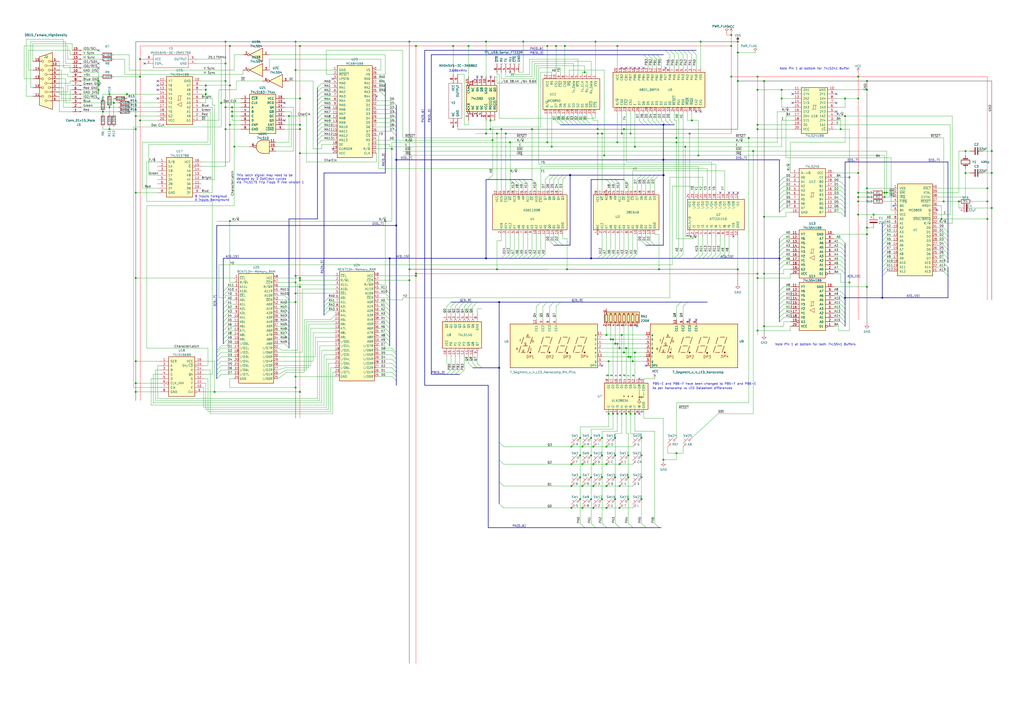
<source format=kicad_sch>
(kicad_sch (version 20211123) (generator eeschema)
  (paper "A2")
  (title_block (title "Nanocomp 6809 (Wireless World July 1981)") (date "2022-11-01") (rev "4.00") (company "Breadboarding Labs") (comment 1 "Updated with PLD for Address Decoder and 64K Memory Map"))
  (junction (at 241.3 160.02))
  (junction (at 293.37 77.47))
  (junction (at 355.6 240.03))
  (junction (at 384.81 72.39))
  (junction (at 363.22 201.93))
  (junction (at 130.81 46.99))
  (junction (at 497.84 124.46))
  (junction (at 439.42 191.77))
  (junction (at 365.76 77.47))
  (junction (at 171.45 224.79))
  (junction (at 281.94 24.13))
  (junction (at 497.84 100.33))
  (junction (at 349.25 276.86))
  (junction (at 229.87 130.81))
  (junction (at 368.3 240.03))
  (junction (at 439.42 44.45))
  (junction (at 241.3 158.75))
  (junction (at 372.11 289.56))
  (junction (at 173.99 72.39))
  (junction (at 492.76 163.83))
  (junction (at 237.49 156.21))
  (junction (at 427.99 156.21))
  (junction (at 353.06 209.55))
  (junction (at 452.12 149.86))
  (junction (at 572.77 109.22))
  (junction (at 330.6765 101.6))
  (junction (at 173.99 162.56))
  (junction (at 546.1 127))
  (junction (at 227.33 86.36))
  (junction (at 281.94 149.86))
  (junction (at 317.5 82.55))
  (junction (at 241.3 26.67))
  (junction (at 337.82 281.94))
  (junction (at 356.87 289.56))
  (junction (at 289.56 175.26))
  (junction (at 359.41 281.94))
  (junction (at 502.92 109.22))
  (junction (at 337.82 259.08))
  (junction (at 284.48 74.93))
  (junction (at 171.45 218.44))
  (junction (at 490.22 172.72))
  (junction (at 424.18 44.45))
  (junction (at 363.22 240.03))
  (junction (at 502.92 166.37))
  (junction (at 368.3 85.09))
  (junction (at 171.45 160.02))
  (junction (at 135.89 85.09))
  (junction (at 78.74 161.29))
  (junction (at 575.31 120.65))
  (junction (at 345.44 24.13))
  (junction (at 330.7074 101.6))
  (junction (at 262.89 26.67))
  (junction (at 360.68 77.47))
  (junction (at 289.56 213.36))
  (junction (at 511.81 172.72))
  (junction (at 439.42 72.39))
  (junction (at 575.31 100.33))
  (junction (at 384.81 266.7))
  (junction (at 342.9 289.56))
  (junction (at 336.55 264.16))
  (junction (at 453.39 52.07))
  (junction (at 331.47 294.64))
  (junction (at 384.81 101.6))
  (junction (at 288.29 156.21))
  (junction (at 547.37 116.84))
  (junction (at 372.11 276.86))
  (junction (at 356.87 199.39))
  (junction (at 133.35 49.53))
  (junction (at 134.62 62.23))
  (junction (at 490.22 57.15))
  (junction (at 556.26 116.84))
  (junction (at 223.52 128.27))
  (junction (at 490.22 67.31))
  (junction (at 382.27 156.21))
  (junction (at 336.55 276.86))
  (junction (at 342.9 264.16))
  (junction (at 436.88 87.63))
  (junction (at 342.9 254))
  (junction (at 361.95 74.93))
  (junction (at 226.06 149.86))
  (junction (at 575.31 87.63))
  (junction (at 497.84 44.45))
  (junction (at 173.99 227.33))
  (junction (at 364.49 289.56))
  (junction (at 229.87 92.71))
  (junction (at 331.47 269.24))
  (junction (at 497.84 111.76))
  (junction (at 173.99 74.93))
  (junction (at 81.28 44.45))
  (junction (at 513.08 114.3))
  (junction (at 439.42 158.75))
  (junction (at 359.41 201.93))
  (junction (at 73.66 54.61))
  (junction (at 405.13 90.17))
  (junction (at 337.82 269.24))
  (junction (at 78.74 67.31))
  (junction (at 237.49 162.56))
  (junction (at 349.25 254))
  (junction (at 401.32 69.85))
  (junction (at 281.94 77.47))
  (junction (at 78.74 74.93))
  (junction (at 320.04 85.09))
  (junction (at 133.35 128.27))
  (junction (at 502.92 46.99))
  (junction (at 331.47 281.94))
  (junction (at 356.87 254))
  (junction (at 295.91 82.55))
  (junction (at 434.34 80.01))
  (junction (at 344.17 259.08))
  (junction (at 392.43 262.89))
  (junction (at 336.55 289.56))
  (junction (at 66.04 59.69))
  (junction (at 63.5 74.93))
  (junction (at 358.14 199.39))
  (junction (at 119.38 52.07))
  (junction (at 173.99 26.67))
  (junction (at 171.45 175.26))
  (junction (at 327.66 26.67))
  (junction (at 349.25 264.16))
  (junction (at 384.9501 101.6))
  (junction (at 349.25 289.56))
  (junction (at 130.81 62.23))
  (junction (at 424.18 20.32))
  (junction (at 171.45 40.64))
  (junction (at 392.43 80.01))
  (junction (at 367.03 209.55))
  (junction (at 351.79 269.24))
  (junction (at 487.68 74.93))
  (junction (at 361.95 204.47))
  (junction (at 339.09 41.91))
  (junction (at 351.79 259.08))
  (junction (at 364.49 276.86))
  (junction (at 328.93 156.21))
  (junction (at 359.41 269.24))
  (junction (at 453.39 57.15))
  (junction (at 288.29 77.47))
  (junction (at 336.55 254))
  (junction (at 344.17 294.64))
  (junction (at 358.14 240.03))
  (junction (at 368.3 204.47))
  (junction (at 167.64 67.31))
  (junction (at 128.27 59.69))
  (junction (at 572.77 127))
  (junction (at 342.9 276.86))
  (junction (at 351.79 294.64))
  (junction (at 443.23 125.73))
  (junction (at 439.42 52.07))
  (junction (at 303.53 24.13))
  (junction (at 308.61 74.93))
  (junction (at 397.51 85.09))
  (junction (at 78.74 227.33))
  (junction (at 271.78 26.67))
  (junction (at 134.62 67.31))
  (junction (at 59.69 64.77))
  (junction (at 572.77 116.84))
  (junction (at 365.76 207.01))
  (junction (at 346.71 74.93))
  (junction (at 285.75 81.28))
  (junction (at 171.45 163.83))
  (junction (at 358.14 82.55))
  (junction (at 57.15 46.99))
  (junction (at 502.92 132.08))
  (junction (at 173.99 57.15))
  (junction (at 317.5 26.67))
  (junction (at 81.28 69.85))
  (junction (at 384.81 92.71))
  (junction (at 356.87 264.16))
  (junction (at 78.74 111.76))
  (junction (at 173.99 166.37))
  (junction (at 427.99 46.99))
  (junction (at 427.99 24.13))
  (junction (at 358.14 26.67))
  (junction (at 173.99 88.9))
  (junction (at 443.23 46.99))
  (junction (at 284.48 69.85))
  (junction (at 322.58 26.67))
  (junction (at 173.99 161.29))
  (junction (at 497.84 116.84))
  (junction (at 359.41 294.64))
  (junction (at 349.25 77.47))
  (junction (at 63.5 62.23))
  (junction (at 342.9 149.86))
  (junction (at 360.68 194.31))
  (junction (at 372.11 264.16))
  (junction (at 360.68 240.03))
  (junction (at 502.92 52.07))
  (junction (at 353.06 240.03))
  (junction (at 344.17 269.24))
  (junction (at 351.79 281.94))
  (junction (at 506.73 124.46))
  (junction (at 443.23 189.23))
  (junction (at 392.43 82.55))
  (junction (at 124.46 227.33))
  (junction (at 364.49 207.01))
  (junction (at 560.07 87.63))
  (junction (at 331.47 259.08))
  (junction (at 513.08 111.76))
  (junction (at 57.15 52.07))
  (junction (at 424.18 26.67))
  (junction (at 356.87 276.86))
  (junction (at 514.35 111.76))
  (junction (at 427.99 30.48))
  (junction (at 344.17 281.94))
  (junction (at 560.07 100.33))
  (junction (at 400.05 77.47))
  (junction (at 237.49 24.13))
  (junction (at 133.35 72.39))
  (junction (at 364.49 264.16))
  (junction (at 78.74 222.25))
  (junction (at 81.28 34.29))
  (junction (at 346.71 77.47))
  (junction (at 63.5 54.61))
  (junction (at 365.76 240.03))
  (junction (at 350.52 90.17))
  (junction (at 119.38 49.53))
  (junction (at 78.74 209.55))
  (junction (at 130.81 36.83))
  (junction (at 119.38 54.61))
  (junction (at 497.84 57.15))
  (junction (at 134.62 64.77))
  (junction (at 502.92 135.89))
  (junction (at 351.79 194.31))
  (junction (at 372.11 254))
  (junction (at 443.23 158.75))
  (junction (at 355.6 196.85))
  (junction (at 171.45 170.18))
  (junction (at 130.81 24.13))
  (junction (at 130.81 74.93))
  (junction (at 290.83 74.93))
  (junction (at 439.42 161.29))
  (junction (at 406.4 24.13))
  (junction (at 354.33 196.85))
  (junction (at 133.35 26.67))
  (junction (at 171.45 24.13))
  (junction (at 497.84 114.3))
  (junction (at 439.42 74.93))
  (junction (at 492.76 102.87))
  (junction (at 337.82 294.64))
  (junction (at 57.15 49.53))
  (no_connect (at 165.1 69.85))
  (no_connect (at 518.16 119.38))
  (no_connect (at 369.57 189.23))
  (no_connect (at 91.44 57.15))
  (no_connect (at 403.86 185.42))
  (no_connect (at 83.82 36.83))
  (no_connect (at 459.74 54.51))
  (no_connect (at 485.14 54.51))
  (no_connect (at 459.74 59.69))
  (no_connect (at 485.14 59.69))
  (no_connect (at 485.14 64.77))
  (no_connect (at 417.83 111.76))
  (no_connect (at 360.68 39.37))
  (no_connect (at 363.22 39.37))
  (no_connect (at 365.76 39.37))
  (no_connect (at 370.84 39.37))
  (no_connect (at 368.3 39.37))
  (no_connect (at 373.38 39.37))
  (no_connect (at 386.08 39.37))
  (no_connect (at 406.4 64.77))
  (no_connect (at 403.86 64.77))
  (no_connect (at 57.15 57.15))
  (no_connect (at 57.15 39.37))
  (no_connect (at 57.15 29.21))
  (no_connect (at 57.15 36.83))
  (no_connect (at 370.84 240.03))
  (no_connect (at 374.65 212.09))
  (no_connect (at 91.44 46.99))
  (no_connect (at 91.44 49.53))
  (no_connect (at 91.44 52.07))
  (no_connect (at 218.44 55.88))
  (no_connect (at 295.91 41.91))
  (no_connect (at 193.04 45.72))
  (no_connect (at 400.05 185.42))
  (no_connect (at 165.1 59.69))
  (no_connect (at 543.56 121.92))
  (no_connect (at 370.84 219.71))
  (no_connect (at 276.86 44.45))
  (no_connect (at 279.4 44.45))
  (no_connect (at 284.62 44.45))
  (no_connect (at 193.04 86.36))
  (no_connect (at 422.91 111.76))
  (no_connect (at 425.45 111.76))
  (no_connect (at 427.99 111.76))
  (no_connect (at 425.45 137.16))
  (no_connect (at 349.25 212.09))
  (bus_entry (at 165.1 168.91) (size 2.54 2.54))
  (bus_entry (at 452.12 146.05) (size 2.54 -2.54))
  (bus_entry (at 289.56 292.1) (size 2.54 2.54))
  (bus_entry (at 289.56 256.54) (size 2.54 2.54))
  (bus_entry (at 289.56 266.7) (size 2.54 2.54))
  (bus_entry (at 289.56 279.4) (size 2.54 2.54))
  (bus_entry (at 452.12 171.45) (size 2.54 -2.54))
  (bus_entry (at 345.44 306.07) (size -2.54 -2.54))
  (bus_entry (at 227.33 71.12) (size 2.54 2.54))
  (bus_entry (at 128.27 207.01) (size -2.54 2.54))
  (bus_entry (at 487.68 168.91) (size 2.54 2.54))
  (bus_entry (at 165.1 179.07) (size 2.54 2.54))
  (bus_entry (at 271.78 210.82) (size 2.54 2.54))
  (bus_entry (at 274.32 210.82) (size 2.54 2.54))
  (bus_entry (at 276.86 210.82) (size 2.54 2.54))
  (bus_entry (at 547.37 142.24) (size 2.54 2.54))
  (bus_entry (at 132.08 186.69) (size -2.54 2.54))
  (bus_entry (at 547.37 134.62) (size 2.54 2.54))
  (bus_entry (at 403.86 31.75) (size -2.54 -2.54))
  (bus_entry (at 401.32 31.75) (size -2.54 -2.54))
  (bus_entry (at 398.78 31.75) (size -2.54 -2.54))
  (bus_entry (at 396.24 31.75) (size -2.54 -2.54))
  (bus_entry (at 393.7 31.75) (size -2.54 -2.54))
  (bus_entry (at 391.16 31.75) (size -2.54 -2.54))
  (bus_entry (at 388.62 31.75) (size -2.54 -2.54))
  (bus_entry (at 165.1 176.53) (size 2.54 2.54))
  (bus_entry (at 227.33 73.66) (size 2.54 2.54))
  (bus_entry (at 452.12 153.67) (size 2.54 -2.54))
  (bus_entry (at 487.68 113.03) (size 2.54 2.54))
  (bus_entry (at 511.81 139.7) (size 2.54 -2.54))
  (bus_entry (at 184.15 53.34) (size 2.54 -2.54))
  (bus_entry (at 452.12 186.69) (size 2.54 -2.54))
  (bus_entry (at 298.45 106.68) (size -2.54 -2.54))
  (bus_entry (at 165.1 189.23) (size 2.54 2.54))
  (bus_entry (at 511.81 134.62) (size 2.54 -2.54))
  (bus_entry (at 132.08 181.61) (size -2.54 2.54))
  (bus_entry (at 165.1 194.31) (size 2.54 2.54))
  (bus_entry (at 359.41 306.07) (size -2.54 -2.54))
  (bus_entry (at 346.71 149.86) (size 2.54 -2.54))
  (bus_entry (at 547.37 137.16) (size 2.54 2.54))
  (bus_entry (at 511.81 147.32) (size 2.54 -2.54))
  (bus_entry (at 227.33 63.5) (size 2.54 2.54))
  (bus_entry (at 227.33 205.74) (size 2.54 2.54))
  (bus_entry (at 487.68 105.41) (size 2.54 2.54))
  (bus_entry (at 223.52 167.64) (size 2.54 2.54))
  (bus_entry (at 165.1 196.85) (size 2.54 2.54))
  (bus_entry (at 190.5 172.72) (size -2.54 2.54))
  (bus_entry (at 184.15 58.42) (size 2.54 -2.54))
  (bus_entry (at 190.5 175.26) (size -2.54 2.54))
  (bus_entry (at 227.33 58.42) (size 2.54 2.54))
  (bus_entry (at 487.68 148.59) (size 2.54 2.54))
  (bus_entry (at 165.1 186.69) (size 2.54 2.54))
  (bus_entry (at 487.68 120.65) (size 2.54 2.54))
  (bus_entry (at 132.08 173.99) (size -2.54 2.54))
  (bus_entry (at 285.75 101.6) (size -2.54 2.54))
  (bus_entry (at 306.07 106.68) (size -2.54 -2.54))
  (bus_entry (at 452.12 173.99) (size 2.54 -2.54))
  (bus_entry (at 337.82 69.85) (size 2.54 2.54))
  (bus_entry (at 382.27 306.07) (size -2.54 -2.54))
  (bus_entry (at 132.08 176.53) (size -2.54 2.54))
  (bus_entry (at 511.81 157.48) (size 2.54 -2.54))
  (bus_entry (at 487.68 151.13) (size 2.54 2.54))
  (bus_entry (at 184.15 55.88) (size 2.54 -2.54))
  (bus_entry (at 184.15 66.04) (size 2.54 -2.54))
  (bus_entry (at 547.37 149.86) (size 2.54 2.54))
  (bus_entry (at 393.7 149.86) (size 2.54 -2.54))
  (bus_entry (at 266.7 217.17) (size 2.54 -2.54))
  (bus_entry (at 547.37 144.78) (size 2.54 2.54))
  (bus_entry (at 452.12 118.11) (size 2.54 -2.54))
  (bus_entry (at 132.08 184.15) (size -2.54 2.54))
  (bus_entry (at 227.33 210.82) (size 2.54 2.54))
  (bus_entry (at 452.12 105.41) (size 2.54 -2.54))
  (bus_entry (at 487.68 118.11) (size 2.54 2.54))
  (bus_entry (at 132.08 196.85) (size -2.54 2.54))
  (bus_entry (at 452.12 120.65) (size 2.54 -2.54))
  (bus_entry (at 322.58 69.85) (size 2.54 2.54))
  (bus_entry (at 452.12 181.61) (size 2.54 -2.54))
  (bus_entry (at 330.2 69.85) (size 2.54 2.54))
  (bus_entry (at 339.09 306.07) (size -2.54 -2.54))
  (bus_entry (at 487.68 184.15) (size 2.54 2.54))
  (bus_entry (at 227.33 218.44) (size 2.54 2.54))
  (bus_entry (at 487.68 186.69) (size 2.54 2.54))
  (bus_entry (at 311.15 106.68) (size -2.54 -2.54))
  (bus_entry (at 227.33 208.28) (size 2.54 2.54))
  (bus_entry (at 293.37 147.32) (size -2.54 2.54))
  (bus_entry (at 452.12 123.19) (size 2.54 -2.54))
  (bus_entry (at 452.12 143.51) (size 2.54 -2.54))
  (bus_entry (at 303.53 106.68) (size -2.54 -2.54))
  (bus_entry (at 487.68 143.51) (size 2.54 2.54))
  (bus_entry (at 375.92 34.29) (size -2.54 -2.54))
  (bus_entry (at 378.46 34.29) (size -2.54 -2.54))
  (bus_entry (at 381 34.29) (size -2.54 -2.54))
  (bus_entry (at 383.54 34.29) (size -2.54 -2.54))
  (bus_entry (at 452.12 168.91) (size 2.54 -2.54))
  (bus_entry (at 415.29 149.86) (size 2.54 -2.54))
  (bus_entry (at 227.33 68.58) (size 2.54 2.54))
  (bus_entry (at 132.08 166.37) (size -2.54 2.54))
  (bus_entry (at 295.91 147.32) (size -2.54 2.54))
  (bus_entry (at 417.83 149.86) (size 2.54 -2.54))
  (bus_entry (at 511.81 152.4) (size 2.54 -2.54))
  (bus_entry (at 405.13 149.86) (size 2.54 -2.54))
  (bus_entry (at 487.68 156.21) (size 2.54 2.54))
  (bus_entry (at 452.12 138.43) (size 2.54 -2.54))
  (bus_entry (at 300.99 106.68) (size -2.54 -2.54))
  (bus_entry (at 184.15 68.58) (size 2.54 -2.54))
  (bus_entry (at 128.27 212.09) (size -2.54 2.54))
  (bus_entry (at 332.74 69.85) (size 2.54 2.54))
  (bus_entry (at 184.15 63.5) (size 2.54 -2.54))
  (bus_entry (at 487.68 146.05) (size 2.54 2.54))
  (bus_entry (at 223.52 187.96) (size 2.54 2.54))
  (bus_entry (at 311.15 177.8) (size 2.54 -2.54))
  (bus_entry (at 322.58 177.8) (size 2.54 -2.54))
  (bus_entry (at 314.96 177.8) (size 2.54 -2.54))
  (bus_entry (at 318.77 177.8) (size 2.54 -2.54))
  (bus_entry (at 392.43 177.8) (size 2.54 -2.54))
  (bus_entry (at 396.24 177.8) (size 2.54 -2.54))
  (bus_entry (at 487.68 140.97) (size 2.54 2.54))
  (bus_entry (at 452.12 176.53) (size 2.54 -2.54))
  (bus_entry (at 452.12 113.03) (size 2.54 -2.54))
  (bus_entry (at 511.81 144.78) (size 2.54 -2.54))
  (bus_entry (at 184.15 83.82) (size 2.54 -2.54))
  (bus_entry (at 223.52 185.42) (size 2.54 2.54))
  (bus_entry (at 547.37 154.94) (size 2.54 2.54))
  (bus_entry (at 547.37 157.48) (size 2.54 2.54))
  (bus_entry (at 223.52 182.88) (size 2.54 2.54))
  (bus_entry (at 128.27 201.93) (size -2.54 2.54))
  (bus_entry (at 184.15 60.96) (size 2.54 -2.54))
  (bus_entry (at 128.27 214.63) (size -2.54 2.54))
  (bus_entry (at 351.79 306.07) (size -2.54 -2.54))
  (bus_entry (at 547.37 139.7) (size 2.54 2.54))
  (bus_entry (at 452.12 115.57) (size 2.54 -2.54))
  (bus_entry (at 407.67 149.86) (size 2.54 -2.54))
  (bus_entry (at 223.52 180.34) (size 2.54 2.54))
  (bus_entry (at 227.33 201.93) (size 2.54 2.54))
  (bus_entry (at 402.59 149.86) (size 2.54 -2.54))
  (bus_entry (at 369.57 147.32) (size -2.54 2.54))
  (bus_entry (at 220.98 48.26) (size 2.54 2.54))
  (bus_entry (at 132.08 191.77) (size -2.54 2.54))
  (bus_entry (at 227.33 66.04) (size 2.54 2.54))
  (bus_entry (at 487.68 181.61) (size 2.54 2.54))
  (bus_entry (at 184.15 50.8) (size 2.54 -2.54))
  (bus_entry (at 227.33 215.9) (size 2.54 2.54))
  (bus_entry (at 452.12 179.07) (size 2.54 -2.54))
  (bus_entry (at 264.16 217.17) (size 2.54 -2.54))
  (bus_entry (at 487.68 107.95) (size 2.54 2.54))
  (bus_entry (at 223.52 170.18) (size 2.54 2.54))
  (bus_entry (at 128.27 209.55) (size -2.54 2.54))
  (bus_entry (at 511.81 142.24) (size 2.54 -2.54))
  (bus_entry (at 128.27 204.47) (size -2.54 2.54))
  (bus_entry (at 223.52 195.58) (size 2.54 2.54))
  (bus_entry (at 132.08 179.07) (size -2.54 2.54))
  (bus_entry (at 487.68 176.53) (size 2.54 2.54))
  (bus_entry (at 259.08 177.8) (size 2.54 -2.54))
  (bus_entry (at 261.62 177.8) (size 2.54 -2.54))
  (bus_entry (at 274.32 177.8) (size 2.54 -2.54))
  (bus_entry (at 271.78 177.8) (size 2.54 -2.54))
  (bus_entry (at 264.16 177.8) (size 2.54 -2.54))
  (bus_entry (at 266.7 177.8) (size 2.54 -2.54))
  (bus_entry (at 269.24 177.8) (size 2.54 -2.54))
  (bus_entry (at 223.52 175.26) (size 2.54 2.54))
  (bus_entry (at 227.33 60.96) (size 2.54 2.54))
  (bus_entry (at 354.33 104.14) (size 2.54 2.54))
  (bus_entry (at 361.95 104.14) (size 2.54 2.54))
  (bus_entry (at 351.79 104.14) (size 2.54 2.54))
  (bus_entry (at 259.08 217.17) (size 2.54 -2.54))
  (bus_entry (at 316.23 104.14) (size 2.54 -2.54))
  (bus_entry (at 318.77 104.14) (size 2.54 -2.54))
  (bus_entry (at 326.39 104.14) (size 2.54 -2.54))
  (bus_entry (at 321.31 104.14) (size 2.54 -2.54))
  (bus_entry (at 323.85 104.14) (size 2.54 -2.54))
  (bus_entry (at 306.07 147.32) (size -2.54 2.54))
  (bus_entry (at 303.53 147.32) (size -2.54 2.54))
  (bus_entry (at 300.99 147.32) (size -2.54 2.54))
  (bus_entry (at 298.45 147.32) (size -2.54 2.54))
  (bus_entry (at 311.15 147.32) (size -2.54 2.54))
  (bus_entry (at 308.61 147.32) (size -2.54 2.54))
  (bus_entry (at 313.69 147.32) (size -2.54 2.54))
  (bus_entry (at 326.39 142.24) (size -2.54 -2.54))
  (bus_entry (at 321.31 142.24) (size -2.54 -2.54))
  (bus_entry (at 323.85 142.24) (size -2.54 -2.54))
  (bus_entry (at 452.12 107.95) (size 2.54 -2.54))
  (bus_entry (at 223.52 177.8) (size 2.54 2.54))
  (bus_entry (at 165.1 171.45) (size 2.54 2.54))
  (bus_entry (at 184.15 73.66) (size 2.54 -2.54))
  (bus_entry (at 165.1 181.61) (size 2.54 2.54))
  (bus_entry (at 452.12 151.13) (size 2.54 -2.54))
  (bus_entry (at 223.52 193.04) (size 2.54 2.54))
  (bus_entry (at 452.12 110.49) (size 2.54 -2.54))
  (bus_entry (at 511.81 137.16) (size 2.54 -2.54))
  (bus_entry (at 487.68 179.07) (size 2.54 2.54))
  (bus_entry (at 374.65 104.14) (size 2.54 -2.54))
  (bus_entry (at 369.57 104.14) (size 2.54 -2.54))
  (bus_entry (at 372.11 104.14) (size 2.54 -2.54))
  (bus_entry (at 377.19 104.14) (size 2.54 -2.54))
  (bus_entry (at 379.73 104.14) (size 2.54 -2.54))
  (bus_entry (at 335.28 69.85) (size 2.54 2.54))
  (bus_entry (at 547.37 132.08) (size 2.54 2.54))
  (bus_entry (at 367.03 306.07) (size -2.54 -2.54))
  (bus_entry (at 325.12 69.85) (size 2.54 2.54))
  (bus_entry (at 261.62 217.17) (size 2.54 -2.54))
  (bus_entry (at 487.68 153.67) (size 2.54 2.54))
  (bus_entry (at 374.65 306.07) (size -2.54 -2.54))
  (bus_entry (at 128.27 217.17) (size -2.54 2.54))
  (bus_entry (at 487.68 115.57) (size 2.54 2.54))
  (bus_entry (at 220.98 53.34) (size 2.54 2.54))
  (bus_entry (at 511.81 160.02) (size 2.54 -2.54))
  (bus_entry (at 547.37 147.32) (size 2.54 2.54))
  (bus_entry (at 227.33 213.36) (size 2.54 2.54))
  (bus_entry (at 132.08 194.31) (size -2.54 2.54))
  (bus_entry (at 132.08 189.23) (size -2.54 2.54))
  (bus_entry (at 190.5 180.34) (size -2.54 2.54))
  (bus_entry (at 511.81 129.54) (size 2.54 -2.54))
  (bus_entry (at 220.98 50.8) (size 2.54 2.54))
  (bus_entry (at 511.81 132.08) (size 2.54 -2.54))
  (bus_entry (at 316.23 147.32) (size -2.54 2.54))
  (bus_entry (at 340.36 69.85) (size 2.54 2.54))
  (bus_entry (at 220.98 45.72) (size 2.54 2.54))
  (bus_entry (at 547.37 152.4) (size 2.54 2.54))
  (bus_entry (at 391.16 149.86) (size 2.54 -2.54))
  (bus_entry (at 420.37 149.86) (size 2.54 -2.54))
  (bus_entry (at 223.52 198.12) (size 2.54 2.54))
  (bus_entry (at 184.15 81.28) (size 2.54 -2.54))
  (bus_entry (at 452.12 184.15) (size 2.54 -2.54))
  (bus_entry (at 184.15 76.2) (size 2.54 -2.54))
  (bus_entry (at 184.15 78.74) (size 2.54 -2.54))
  (bus_entry (at 132.08 168.91) (size -2.54 2.54))
  (bus_entry (at 487.68 138.43) (size 2.54 2.54))
  (bus_entry (at 190.5 177.8) (size -2.54 2.54))
  (bus_entry (at 487.68 173.99) (size 2.54 2.54))
  (bus_entry (at 165.1 191.77) (size 2.54 2.54))
  (bus_entry (at 356.87 149.86) (size 2.54 -2.54))
  (bus_entry (at 354.33 149.86) (size 2.54 -2.54))
  (bus_entry (at 351.79 149.86) (size 2.54 -2.54))
  (bus_entry (at 359.41 149.86) (size 2.54 -2.54))
  (bus_entry (at 377.19 142.24) (size -2.54 -2.54))
  (bus_entry (at 364.49 149.86) (size 2.54 -2.54))
  (bus_entry (at 361.95 149.86) (size 2.54 -2.54))
  (bus_entry (at 374.65 142.24) (size -2.54 -2.54))
  (bus_entry (at 349.25 149.86) (size 2.54 -2.54))
  (bus_entry (at 379.73 142.24) (size -2.54 -2.54))
  (bus_entry (at 487.68 123.19) (size 2.54 2.54))
  (bus_entry (at 410.21 149.86) (size 2.54 -2.54))
  (bus_entry (at 227.33 76.2) (size 2.54 2.54))
  (bus_entry (at 165.1 184.15) (size 2.54 2.54))
  (bus_entry (at 487.68 171.45) (size 2.54 2.54))
  (bus_entry (at 452.12 156.21) (size 2.54 -2.54))
  (bus_entry (at 511.81 154.94) (size 2.54 -2.54))
  (bus_entry (at 487.68 110.49) (size 2.54 2.54))
  (bus_entry (at 452.12 148.59) (size 2.54 -2.54))
  (bus_entry (at 511.81 149.86) (size 2.54 -2.54))
  (bus_entry (at 165.1 199.39) (size 2.54 2.54))
  (bus_entry (at 356.87 104.14) (size 2.54 2.54))
  (bus_entry (at 184.15 71.12) (size 2.54 -2.54))
  (bus_entry (at 223.52 190.5) (size 2.54 2.54))
  (bus_entry (at 327.66 69.85) (size 2.54 2.54))
  (bus_entry (at 227.33 203.2) (size 2.54 2.54))
  (bus_entry (at 128.27 200.66) (size -2.54 2.54))
  (bus_entry (at 452.12 140.97) (size 2.54 -2.54))
  (bus_entry (at 388.62 69.85) (size 2.54 2.54))
  (bus_entry (at 383.54 69.85) (size 2.54 2.54))
  (bus_entry (at 386.08 69.85) (size 2.54 2.54))
  (bus_entry (at 381 69.85) (size 2.54 2.54))
  (bus_entry (at 378.46 69.85) (size 2.54 2.54))
  (bus_entry (at 375.92 69.85) (size 2.54 2.54))
  (bus_entry (at 373.38 69.85) (size 2.54 2.54))
  (bus_entry (at 370.84 69.85) (size 2.54 2.54))
  (bus_entry (at 412.75 149.86) (size 2.54 -2.54))
  (wire (pts (xy 513.08 90.17) (xy 513.08 111.76)))
  (wire (pts (xy 483.87 181.61) (xy 487.68 181.61)))
  (bus (pts (xy 490.22 113.03) (xy 490.22 115.57)))
  (wire (pts (xy 367.03 99.06) (xy 420.37 99.06)))
  (bus (pts (xy 229.87 218.44) (xy 229.87 220.98)))
  (wire (pts (xy 161.29 173.99) (xy 166.37 173.99)))
  (bus (pts (xy 229.87 210.82) (xy 229.87 213.36)))
  (wire (pts (xy 116.84 62.23) (xy 123.19 62.23)))
  (wire (pts (xy 77.47 224.79) (xy 92.71 224.79)))
  (wire (pts (xy 46.99 39.37) (xy 57.15 39.37)))
  (bus (pts (xy 374.65 101.6) (xy 377.19 101.6)))
  (wire (pts (xy 365.76 64.77) (xy 365.76 77.47)))
  (wire (pts (xy 400.05 111.76) (xy 400.05 77.47)))
  (wire (pts (xy 363.22 237.49) (xy 363.22 240.03)))
  (wire (pts (xy 120.65 219.71) (xy 120.65 238.76)))
  (wire (pts (xy 407.67 102.87) (xy 388.62 102.87)))
  (wire (pts (xy 261.62 181.61) (xy 261.62 177.8)))
  (wire (pts (xy 176.53 215.9) (xy 166.37 215.9)))
  (bus (pts (xy 354.33 104.14) (xy 356.87 104.14)))
  (bus (pts (xy 511.81 160.02) (xy 511.81 172.72)))
  (wire (pts (xy 118.11 227.33) (xy 124.46 227.33)))
  (wire (pts (xy 317.5 43.18) (xy 317.5 26.67)))
  (bus (pts (xy 259.08 217.17) (xy 261.62 217.17)))
  (wire (pts (xy 39.37 26.67) (xy 39.37 34.29)))
  (wire (pts (xy 274.32 210.82) (xy 274.32 207.01)))
  (wire (pts (xy 86.36 101.6) (xy 86.36 83.82)))
  (bus (pts (xy 511.81 149.86) (xy 511.81 152.4)))
  (bus (pts (xy 274.32 213.36) (xy 276.86 213.36)))
  (wire (pts (xy 165.1 199.39) (xy 161.29 199.39)))
  (wire (pts (xy 19.05 25.4) (xy 19.05 35.56)))
  (wire (pts (xy 241.3 26.67) (xy 241.3 158.75)) (stroke (width 0) (color 255 0 0 1)))
  (wire (pts (xy 293.37 135.89) (xy 293.37 147.32)))
  (wire (pts (xy 392.43 262.89) (xy 392.43 266.7)))
  (bus (pts (xy 184.15 81.28) (xy 184.15 83.82)))
  (bus (pts (xy 381 31.75) (xy 378.46 31.75)))
  (bus (pts (xy 184.15 78.74) (xy 184.15 81.28)))
  (wire (pts (xy 34.29 53.34) (xy 39.37 53.34)))
  (wire (pts (xy 181.61 209.55) (xy 161.29 209.55)))
  (wire (pts (xy 318.77 177.8) (xy 318.77 185.42)))
  (bus (pts (xy 490.22 143.51) (xy 490.22 146.05)))
  (wire (pts (xy 193.04 186.69) (xy 177.8 186.69)))
  (wire (pts (xy 367.03 135.89) (xy 367.03 147.32)))
  (wire (pts (xy 167.64 67.31) (xy 177.8 67.31)))
  (wire (pts (xy 358.14 82.55) (xy 392.43 82.55)))
  (bus (pts (xy 356.87 149.86) (xy 359.41 149.86)))
  (wire (pts (xy 439.42 158.75) (xy 439.42 161.29)) (stroke (width 0) (color 255 0 0 1)))
  (wire (pts (xy 219.71 180.34) (xy 223.52 180.34)))
  (wire (pts (xy 219.71 175.26) (xy 223.52 175.26)))
  (bus (pts (xy 549.91 160.02) (xy 549.91 172.72)))
  (bus (pts (xy 549.91 154.94) (xy 549.91 157.48)))
  (wire (pts (xy 166.37 215.9) (xy 161.29 219.71)))
  (wire (pts (xy 38.1 45.72) (xy 38.1 59.69)))
  (bus (pts (xy 129.54 186.69) (xy 129.54 184.15)))
  (wire (pts (xy 135.89 166.37) (xy 132.08 166.37)))
  (wire (pts (xy 85.09 116.84) (xy 85.09 93.98)))
  (wire (pts (xy 396.24 259.08) (xy 396.24 262.89)))
  (wire (pts (xy 416.56 240.03) (xy 401.32 254)))
  (wire (pts (xy 118.11 236.22) (xy 189.23 236.22)))
  (wire (pts (xy 458.47 123.19) (xy 455.93 123.19)))
  (wire (pts (xy 78.74 209.55) (xy 78.74 222.25)) (stroke (width 0) (color 0 0 0 1)))
  (wire (pts (xy 397.51 85.09) (xy 453.39 85.09)))
  (wire (pts (xy 367.03 189.23) (xy 367.03 209.55)))
  (wire (pts (xy 135.89 189.23) (xy 132.08 189.23)))
  (wire (pts (xy 124.46 227.33) (xy 173.99 227.33)))
  (wire (pts (xy 330.2 40.64) (xy 350.52 40.64)))
  (wire (pts (xy 346.71 69.85) (xy 346.71 74.93)))
  (wire (pts (xy 392.43 82.55) (xy 392.43 138.43)))
  (wire (pts (xy 181.61 46.99) (xy 167.64 46.99)))
  (wire (pts (xy 364.49 251.46) (xy 364.49 264.16)))
  (wire (pts (xy 356.87 276.86) (xy 356.87 289.56)))
  (wire (pts (xy 516.89 91.44) (xy 455.93 91.44)))
  (wire (pts (xy 336.55 247.65) (xy 353.06 247.65)))
  (wire (pts (xy 396.24 64.77) (xy 396.24 147.32)))
  (wire (pts (xy 39.37 53.34) (xy 39.37 49.53)))
  (wire (pts (xy 543.56 111.76) (xy 556.26 111.76)))
  (wire (pts (xy 233.68 80.01) (xy 392.43 80.01)))
  (wire (pts (xy 506.73 132.08) (xy 502.92 132.08)))
  (bus (pts (xy 511.81 144.78) (xy 511.81 147.32)))
  (wire (pts (xy 276.86 210.82) (xy 276.86 207.01)))
  (wire (pts (xy 518.16 132.08) (xy 514.35 132.08)))
  (wire (pts (xy 483.87 168.91) (xy 487.68 168.91)))
  (bus (pts (xy 378.46 72.39) (xy 381 72.39)))
  (bus (pts (xy 184.15 58.42) (xy 184.15 60.96)))
  (wire (pts (xy 34.29 48.26) (xy 40.64 48.26)))
  (wire (pts (xy 322.58 26.67) (xy 327.66 26.67)) (stroke (width 0) (color 255 0 0 1)))
  (wire (pts (xy 454.66 113.03) (xy 458.47 113.03)))
  (wire (pts (xy 116.84 96.52) (xy 130.81 96.52)))
  (wire (pts (xy 416.56 240.03) (xy 436.88 240.03)))
  (wire (pts (xy 454.66 135.89) (xy 458.47 135.89)))
  (wire (pts (xy 193.04 240.03) (xy 121.92 240.03)))
  (wire (pts (xy 360.68 237.49) (xy 360.68 240.03)))
  (wire (pts (xy 135.89 196.85) (xy 132.08 196.85)))
  (wire (pts (xy 72.39 43.18) (xy 72.39 34.29)))
  (wire (pts (xy 410.21 97.79) (xy 219.71 97.79)))
  (wire (pts (xy 483.87 107.95) (xy 487.68 107.95)))
  (wire (pts (xy 317.5 66.04) (xy 317.5 82.55)))
  (wire (pts (xy 415.29 137.16) (xy 415.29 147.32)))
  (bus (pts (xy 184.15 71.12) (xy 184.15 73.66)))
  (wire (pts (xy 128.27 34.29) (xy 128.27 59.69)))
  (wire (pts (xy 284.48 69.85) (xy 284.48 74.93)))
  (wire (pts (xy 194.31 180.34) (xy 190.5 180.34)))
  (wire (pts (xy 353.06 219.71) (xy 353.06 209.55)))
  (wire (pts (xy 388.62 31.75) (xy 388.62 39.37)))
  (wire (pts (xy 487.68 158.75) (xy 487.68 163.83)))
  (wire (pts (xy 219.71 203.2) (xy 227.33 203.2)))
  (wire (pts (xy 436.88 87.63) (xy 514.35 87.63)))
  (bus (pts (xy 323.85 101.6) (xy 326.39 101.6)))
  (wire (pts (xy 127 52.07) (xy 137.16 52.07)))
  (wire (pts (xy 360.68 240.03) (xy 360.68 251.46)))
  (wire (pts (xy 483.87 166.37) (xy 502.92 166.37)))
  (wire (pts (xy 398.78 31.75) (xy 398.78 39.37)))
  (wire (pts (xy 556.26 120.65) (xy 556.26 116.84)))
  (wire (pts (xy 135.89 171.45) (xy 130.81 171.45)))
  (wire (pts (xy 290.83 41.91) (xy 290.83 45.72)))
  (wire (pts (xy 518.16 137.16) (xy 514.35 137.16)))
  (wire (pts (xy 226.06 83.82) (xy 226.06 85.09)))
  (wire (pts (xy 547.37 80.01) (xy 434.34 80.01)))
  (wire (pts (xy 325.12 66.04) (xy 325.12 69.85)))
  (wire (pts (xy 172.72 203.2) (xy 163.83 203.2)))
  (wire (pts (xy 486.41 191.77) (xy 492.76 191.77)))
  (bus (pts (xy 490.22 118.11) (xy 490.22 120.65)))
  (wire (pts (xy 562.61 100.33) (xy 560.07 100.33)))
  (wire (pts (xy 57.15 52.07) (xy 57.15 54.61)))
  (wire (pts (xy 266.7 207.01) (xy 266.7 214.63)))
  (wire (pts (xy 46.99 64.77) (xy 59.69 64.77)))
  (wire (pts (xy 337.82 41.91) (xy 339.09 41.91)))
  (wire (pts (xy 311.15 177.8) (xy 311.15 185.42)))
  (wire (pts (xy 514.35 111.76) (xy 514.35 87.63)))
  (wire (pts (xy 454.66 146.05) (xy 458.47 146.05)))
  (bus (pts (xy 398.78 29.21) (xy 396.24 29.21)))
  (wire (pts (xy 356.87 264.16) (xy 356.87 276.86)))
  (wire (pts (xy 259.08 181.61) (xy 259.08 177.8)))
  (wire (pts (xy 518.16 149.86) (xy 514.35 149.86)))
  (bus (pts (xy 330.7074 101.6) (xy 372.11 101.6)))
  (wire (pts (xy 41.91 52.07) (xy 40.64 52.07)))
  (wire (pts (xy 358.14 219.71) (xy 358.14 199.39)))
  (wire (pts (xy 485.14 72.39) (xy 551.18 72.39)))
  (wire (pts (xy 364.49 264.16) (xy 364.49 276.86)))
  (wire (pts (xy 186.69 83.82) (xy 193.04 83.82)))
  (bus (pts (xy 306.07 149.86) (xy 308.61 149.86)))
  (bus (pts (xy 340.36 72.39) (xy 342.9 72.39)))
  (wire (pts (xy 392.43 69.85) (xy 392.43 80.01)))
  (wire (pts (xy 356.87 106.68) (xy 356.87 110.49)))
  (wire (pts (xy 34.29 54.61) (xy 41.91 54.61)))
  (bus (pts (xy 167.64 191.77) (xy 167.64 194.31)))
  (wire (pts (xy 91.44 101.6) (xy 86.36 101.6)))
  (wire (pts (xy 483.87 148.59) (xy 487.68 148.59)))
  (wire (pts (xy 124.46 209.55) (xy 124.46 227.33)))
  (wire (pts (xy 298.45 43.18) (xy 307.34 43.18)))
  (wire (pts (xy 133.35 163.83) (xy 133.35 128.27)))
  (bus (pts (xy 375.92 72.39) (xy 378.46 72.39)))
  (wire (pts (xy 378.46 64.77) (xy 378.46 69.85)))
  (bus (pts (xy 452.12 181.61) (xy 452.12 184.15)))
  (wire (pts (xy 34.29 43.18) (xy 39.37 43.18)))
  (wire (pts (xy 271.78 26.67) (xy 317.5 26.67)) (stroke (width 0) (color 255 0 0 1)))
  (wire (pts (xy 492.76 74.93) (xy 492.76 102.87)))
  (bus (pts (xy 300.99 104.14) (xy 298.45 104.14)))
  (wire (pts (xy 575.31 87.63) (xy 575.31 100.33)) (stroke (width 0) (color 0 0 0 1)))
  (wire (pts (xy 36.83 62.23) (xy 41.91 62.23)))
  (wire (pts (xy 161.29 161.29) (xy 173.99 161.29)))
  (wire (pts (xy 543.56 114.3) (xy 560.07 114.3)))
  (wire (pts (xy 39.37 34.29) (xy 41.91 34.29)))
  (wire (pts (xy 287.02 44.45) (xy 288.29 44.45)))
  (wire (pts (xy 218.44 53.34) (xy 220.98 53.34)))
  (bus (pts (xy 289.56 266.7) (xy 289.56 279.4)))
  (wire (pts (xy 308.61 35.56) (xy 342.9 35.56)))
  (wire (pts (xy 344.17 281.94) (xy 351.79 281.94)))
  (wire (pts (xy 356.87 289.56) (xy 356.87 303.53)))
  (bus (pts (xy 246.38 29.21) (xy 386.08 29.21)))
  (wire (pts (xy 492.76 163.83) (xy 492.76 191.77)))
  (wire (pts (xy 218.44 58.42) (xy 227.33 58.42)))
  (bus (pts (xy 223.52 48.26) (xy 223.52 50.8)))
  (wire (pts (xy 382.27 135.89) (xy 379.73 135.89)))
  (bus (pts (xy 386.08 72.39) (xy 388.62 72.39)))
  (bus (pts (xy 129.54 149.86) (xy 226.06 149.86)))
  (wire (pts (xy 369.57 104.14) (xy 369.57 110.49)))
  (wire (pts (xy 63.5 62.23) (xy 68.58 62.23)))
  (wire (pts (xy 402.59 107.95) (xy 389.89 107.95)))
  (bus (pts (xy 393.7 29.21) (xy 391.16 29.21)))
  (wire (pts (xy 292.1 259.08) (xy 331.47 259.08)))
  (bus (pts (xy 549.91 142.24) (xy 549.91 144.78)))
  (wire (pts (xy 194.31 200.66) (xy 185.42 200.66)))
  (wire (pts (xy 224.79 172.72) (xy 224.79 173.99)))
  (wire (pts (xy 171.45 160.02) (xy 171.45 40.64)) (stroke (width 0) (color 0 0 0 1)))
  (wire (pts (xy 313.69 96.52) (xy 405.13 96.52)))
  (wire (pts (xy 219.71 170.18) (xy 223.52 170.18)))
  (bus (pts (xy 337.82 72.39) (xy 340.36 72.39)))
  (wire (pts (xy 497.84 116.84) (xy 497.84 124.46)) (stroke (width 0) (color 255 0 0 1)))
  (wire (pts (xy 132.08 199.39) (xy 135.89 199.39)))
  (wire (pts (xy 171.45 224.79) (xy 171.45 242.57)) (stroke (width 0) (color 0 0 0 1)))
  (wire (pts (xy 82.55 109.22) (xy 91.44 109.22)))
  (wire (pts (xy 364.49 207.01) (xy 365.76 207.01)))
  (wire (pts (xy 453.39 52.07) (xy 439.42 52.07)))
  (wire (pts (xy 497.84 57.15) (xy 497.84 100.33)) (stroke (width 0) (color 255 0 0 1)))
  (wire (pts (xy 41.91 25.4) (xy 19.05 25.4)))
  (wire (pts (xy 194.31 218.44) (xy 171.45 218.44)))
  (bus (pts (xy 318.77 101.6) (xy 321.31 101.6)))
  (wire (pts (xy 311.15 135.89) (xy 311.15 147.32)))
  (wire (pts (xy 227.33 201.93) (xy 223.52 201.93)))
  (wire (pts (xy 81.28 69.85) (xy 91.44 69.85)))
  (wire (pts (xy 233.68 90.17) (xy 350.52 90.17)))
  (wire (pts (xy 271.78 72.39) (xy 271.78 69.85)))
  (bus (pts (xy 328.93 101.6) (xy 330.6765 101.6)))
  (bus (pts (xy 511.81 129.54) (xy 511.81 132.08)))
  (wire (pts (xy 16.51 29.21) (xy 40.64 29.21)))
  (wire (pts (xy 417.83 137.16) (xy 417.83 147.32)))
  (wire (pts (xy 396.24 262.89) (xy 392.43 262.89)))
  (bus (pts (xy 229.87 73.66) (xy 229.87 76.2)))
  (wire (pts (xy 66.04 31.75) (xy 74.93 31.75)))
  (wire (pts (xy 386.08 64.77) (xy 386.08 69.85)))
  (wire (pts (xy 219.71 213.36) (xy 227.33 213.36)))
  (bus (pts (xy 367.03 149.86) (xy 391.16 149.86)))
  (wire (pts (xy 85.09 201.93) (xy 120.65 201.93)))
  (wire (pts (xy 271.78 181.61) (xy 271.78 177.8)))
  (wire (pts (xy 518.16 157.48) (xy 514.35 157.48)))
  (wire (pts (xy 265.43 74.93) (xy 284.48 74.93)) (stroke (width 0) (color 0 0 0 1)))
  (bus (pts (xy 187.96 180.34) (xy 187.96 182.88)))
  (wire (pts (xy 513.08 111.76) (xy 513.08 114.3)))
  (wire (pts (xy 186.69 50.8) (xy 193.04 50.8)))
  (wire (pts (xy 316.23 135.89) (xy 316.23 147.32)))
  (wire (pts (xy 359.41 189.23) (xy 359.41 201.93)))
  (bus (pts (xy 330.7074 101.6) (xy 330.7074 142.24)))
  (wire (pts (xy 458.47 186.69) (xy 454.66 186.69)))
  (wire (pts (xy 497.84 114.3) (xy 497.84 116.84)) (stroke (width 0) (color 255 0 0 1)))
  (wire (pts (xy 485.14 52.07) (xy 502.92 52.07)))
  (wire (pts (xy 483.87 153.67) (xy 487.68 153.67)))
  (wire (pts (xy 454.66 102.87) (xy 458.47 102.87)))
  (wire (pts (xy 342.9 303.53) (xy 342.9 289.56)))
  (wire (pts (xy 165.1 57.15) (xy 173.99 57.15)))
  (wire (pts (xy 76.2 62.23) (xy 91.44 62.23)))
  (wire (pts (xy 355.6 219.71) (xy 355.6 196.85)))
  (wire (pts (xy 368.3 204.47) (xy 374.65 204.47)))
  (wire (pts (xy 133.35 72.39) (xy 133.35 93.98)) (stroke (width 0) (color 255 0 0 1)))
  (wire (pts (xy 547.37 116.84) (xy 547.37 80.01)))
  (wire (pts (xy 439.42 72.39) (xy 439.42 74.93)) (stroke (width 0) (color 255 0 0 1)))
  (wire (pts (xy 518.16 121.92) (xy 516.89 121.92)))
  (wire (pts (xy 194.31 195.58) (xy 182.88 195.58)))
  (wire (pts (xy 392.43 80.01) (xy 434.34 80.01)))
  (wire (pts (xy 543.56 144.78) (xy 547.37 144.78)))
  (wire (pts (xy 186.69 81.28) (xy 193.04 81.28)))
  (bus (pts (xy 452.12 118.11) (xy 452.12 120.65)))
  (wire (pts (xy 454.66 153.67) (xy 458.47 153.67)))
  (bus (pts (xy 313.69 175.26) (xy 317.5 175.26)))
  (wire (pts (xy 345.44 24.13) (xy 406.4 24.13)) (stroke (width 0) (color 0 0 0 1)))
  (bus (pts (xy 372.11 101.6) (xy 374.65 101.6)))
  (wire (pts (xy 194.31 185.42) (xy 193.04 186.69)))
  (wire (pts (xy 173.99 162.56) (xy 173.99 166.37)) (stroke (width 0) (color 255 0 0 1)))
  (bus (pts (xy 490.22 186.69) (xy 490.22 189.23)))
  (wire (pts (xy 269.24 72.39) (xy 271.78 72.39)))
  (wire (pts (xy 177.8 93.98) (xy 218.44 93.98)))
  (wire (pts (xy 220.98 40.64) (xy 220.98 34.29)))
  (bus (pts (xy 281.94 149.86) (xy 290.83 149.86)))
  (wire (pts (xy 570.23 100.33) (xy 575.31 100.33)))
  (wire (pts (xy 405.13 137.16) (xy 405.13 147.32)))
  (wire (pts (xy 92.71 227.33) (xy 78.74 227.33)))
  (wire (pts (xy 233.68 29.21) (xy 189.23 29.21)))
  (wire (pts (xy 420.37 99.06) (xy 420.37 111.76)))
  (wire (pts (xy 262.89 43.18) (xy 262.89 26.67)))
  (bus (pts (xy 223.52 50.8) (xy 223.52 53.34)))
  (wire (pts (xy 285.75 73.66) (xy 285.75 81.28)))
  (wire (pts (xy 424.18 44.45) (xy 439.42 44.45)) (stroke (width 0) (color 255 0 0 1)))
  (bus (pts (xy 490.22 107.95) (xy 490.22 110.49)))
  (wire (pts (xy 349.25 264.16) (xy 349.25 276.86)))
  (wire (pts (xy 40.64 48.26) (xy 40.64 46.99)))
  (wire (pts (xy 518.16 142.24) (xy 514.35 142.24)))
  (wire (pts (xy 57.15 46.99) (xy 57.15 49.53)))
  (wire (pts (xy 518.16 116.84) (xy 513.08 116.84)))
  (bus (pts (xy 375.92 31.75) (xy 373.38 31.75)))
  (wire (pts (xy 288.29 43.18) (xy 288.29 41.91)))
  (bus (pts (xy 388.62 72.39) (xy 391.16 72.39)))
  (wire (pts (xy 336.55 264.16) (xy 336.55 254)))
  (wire (pts (xy 16.51 40.64) (xy 19.05 40.64)))
  (wire (pts (xy 337.82 43.18) (xy 337.82 41.91)))
  (wire (pts (xy 193.04 40.64) (xy 171.45 40.64)))
  (wire (pts (xy 384.81 266.7) (xy 384.81 267.97)))
  (bus (pts (xy 229.87 220.98) (xy 229.87 223.52)))
  (wire (pts (xy 219.71 187.96) (xy 223.52 187.96)))
  (wire (pts (xy 295.91 82.55) (xy 295.91 104.14)))
  (wire (pts (xy 290.83 74.93) (xy 290.83 110.49)))
  (wire (pts (xy 344.17 294.64) (xy 351.79 294.64)))
  (wire (pts (xy 74.93 31.75) (xy 74.93 40.64)))
  (bus (pts (xy 229.87 76.2) (xy 229.87 78.74)))
  (wire (pts (xy 543.56 149.86) (xy 547.37 149.86)))
  (wire (pts (xy 168.91 64.77) (xy 165.1 64.77)))
  (wire (pts (xy 391.16 64.77) (xy 391.16 69.85)))
  (wire (pts (xy 78.74 111.76) (xy 78.74 161.29)) (stroke (width 0) (color 0 0 0 1)))
  (wire (pts (xy 190.5 210.82) (xy 190.5 237.49)))
  (bus (pts (xy 129.54 184.15) (xy 129.54 181.61)))
  (wire (pts (xy 179.07 213.36) (xy 165.1 213.36)))
  (wire (pts (xy 342.9 289.56) (xy 342.9 276.86)))
  (wire (pts (xy 506.73 124.46) (xy 497.84 124.46)))
  (wire (pts (xy 365.76 77.47) (xy 400.05 77.47)) (stroke (width 0) (color 255 0 0 1)))
  (wire (pts (xy 123.19 111.76) (xy 123.19 62.23)))
  (wire (pts (xy 392.43 262.89) (xy 387.35 262.89)))
  (wire (pts (xy 219.71 218.44) (xy 227.33 218.44)))
  (wire (pts (xy 361.95 204.47) (xy 368.3 204.47)))
  (bus (pts (xy 167.64 181.61) (xy 167.64 184.15)))
  (wire (pts (xy 194.31 203.2) (xy 186.69 203.2)))
  (wire (pts (xy 339.09 41.91) (xy 340.36 41.91)))
  (wire (pts (xy 295.91 135.89) (xy 295.91 147.32)))
  (wire (pts (xy 116.84 59.69) (xy 119.38 59.69)))
  (wire (pts (xy 35.56 40.64) (xy 35.56 57.15)))
  (wire (pts (xy 335.28 66.04) (xy 335.28 69.85)))
  (wire (pts (xy 219.71 210.82) (xy 227.33 210.82)))
  (wire (pts (xy 349.25 207.01) (xy 364.49 207.01)))
  (wire (pts (xy 135.89 163.83) (xy 133.35 163.83)))
  (wire (pts (xy 543.56 137.16) (xy 547.37 137.16)))
  (bus (pts (xy 321.31 142.24) (xy 323.85 142.24)))
  (bus (pts (xy 274.32 175.26) (xy 276.86 175.26)))
  (bus (pts (xy 490.22 153.67) (xy 490.22 156.21)))
  (wire (pts (xy 194.31 190.5) (xy 180.34 190.5)))
  (wire (pts (xy 389.89 153.67) (xy 127 153.67)))
  (wire (pts (xy 402.59 138.43) (xy 402.59 137.16)))
  (bus (pts (xy 167.64 189.23) (xy 167.64 191.77)))
  (wire (pts (xy 173.99 57.15) (xy 173.99 26.67)) (stroke (width 0) (color 255 0 0 1)))
  (wire (pts (xy 191.77 213.36) (xy 191.77 238.76)))
  (wire (pts (xy 223.52 201.93) (xy 223.52 200.66)))
  (bus (pts (xy 345.44 306.07) (xy 351.79 306.07)))
  (bus (pts (xy 184.15 68.58) (xy 184.15 71.12)))
  (wire (pts (xy 59.69 73.66) (xy 59.69 74.93)))
  (wire (pts (xy 454.66 173.99) (xy 458.47 173.99)))
  (wire (pts (xy 321.31 104.14) (xy 321.31 110.49)))
  (wire (pts (xy 237.49 24.13) (xy 237.49 156.21)) (stroke (width 0) (color 0 0 0 1)))
  (bus (pts (xy 511.81 157.48) (xy 511.81 160.02)))
  (bus (pts (xy 549.91 157.48) (xy 549.91 160.02)))
  (wire (pts (xy 405.13 96.52) (xy 405.13 111.76)))
  (bus (pts (xy 511.81 132.08) (xy 511.81 134.62)))
  (bus (pts (xy 490.22 156.21) (xy 490.22 158.75)))
  (wire (pts (xy 46.99 31.75) (xy 58.42 31.75)))
  (wire (pts (xy 218.44 71.12) (xy 227.33 71.12)))
  (wire (pts (xy 271.78 210.82) (xy 271.78 207.01)))
  (wire (pts (xy 135.89 176.53) (xy 132.08 176.53)))
  (wire (pts (xy 339.09 41.91) (xy 339.09 38.1)))
  (wire (pts (xy 81.28 26.67) (xy 133.35 26.67)) (stroke (width 0) (color 255 0 0 1)))
  (bus (pts (xy 351.79 149.86) (xy 354.33 149.86)))
  (wire (pts (xy 459.74 69.85) (xy 453.39 69.85)))
  (wire (pts (xy 374.65 135.89) (xy 374.65 139.7)))
  (bus (pts (xy 490.22 146.05) (xy 490.22 148.59)))
  (wire (pts (xy 454.66 140.97) (xy 458.47 140.97)))
  (wire (pts (xy 320.04 85.09) (xy 368.3 85.09)))
  (wire (pts (xy 483.87 179.07) (xy 487.68 179.07)))
  (bus (pts (xy 326.39 101.6) (xy 328.93 101.6)))
  (wire (pts (xy 454.66 158.75) (xy 443.23 158.75)))
  (wire (pts (xy 289.56 43.18) (xy 289.56 68.58)))
  (wire (pts (xy 81.28 34.29) (xy 81.28 44.45)) (stroke (width 0) (color 255 0 0 1)))
  (bus (pts (xy 129.54 199.39) (xy 129.54 196.85)))
  (wire (pts (xy 262.89 26.67) (xy 271.78 26.67)) (stroke (width 0) (color 255 0 0 1)))
  (bus (pts (xy 313.69 149.86) (xy 342.9 149.86)))
  (wire (pts (xy 165.1 168.91) (xy 161.29 168.91)))
  (wire (pts (xy 186.69 48.26) (xy 193.04 48.26)))
  (wire (pts (xy 427.99 46.99) (xy 443.23 46.99)) (stroke (width 0) (color 0 0 0 1)))
  (wire (pts (xy 179.07 187.96) (xy 179.07 213.36)))
  (wire (pts (xy 127 69.85) (xy 127 52.07)))
  (wire (pts (xy 355.6 196.85) (xy 374.65 196.85)))
  (bus (pts (xy 452.12 151.13) (xy 452.12 153.67)))
  (wire (pts (xy 443.23 125.73) (xy 443.23 158.75)) (stroke (width 0) (color 0 0 0 1)))
  (wire (pts (xy 412.75 137.16) (xy 412.75 147.32)))
  (wire (pts (xy 340.36 66.04) (xy 340.36 69.85)))
  (wire (pts (xy 516.89 121.92) (xy 516.89 91.44)))
  (wire (pts (xy 317.5 156.21) (xy 328.93 156.21)))
  (wire (pts (xy 219.71 182.88) (xy 223.52 182.88)))
  (wire (pts (xy 377.19 135.89) (xy 377.19 139.7)))
  (wire (pts (xy 316.23 104.14) (xy 316.23 110.49)))
  (wire (pts (xy 194.31 172.72) (xy 190.5 172.72)))
  (bus (pts (xy 308.61 104.14) (xy 303.53 104.14)))
  (wire (pts (xy 218.44 76.2) (xy 227.33 76.2)))
  (wire (pts (xy 41.91 44.45) (xy 39.37 44.45)))
  (bus (pts (xy 377.19 142.24) (xy 379.73 142.24)))
  (wire (pts (xy 224.79 172.72) (xy 219.71 172.72)))
  (wire (pts (xy 360.68 219.71) (xy 360.68 194.31)))
  (wire (pts (xy 259.08 210.82) (xy 259.08 207.01)))
  (wire (pts (xy 170.18 62.23) (xy 170.18 87.63)))
  (wire (pts (xy 325.12 39.37) (xy 312.42 39.37)))
  (wire (pts (xy 350.52 90.17) (xy 350.52 40.64)))
  (wire (pts (xy 420.37 137.16) (xy 420.37 147.32)))
  (wire (pts (xy 313.69 41.91) (xy 313.69 73.66)))
  (wire (pts (xy 317.5 26.67) (xy 322.58 26.67)) (stroke (width 0) (color 255 0 0 1)))
  (wire (pts (xy 128.27 73.66) (xy 77.47 73.66)))
  (wire (pts (xy 264.16 181.61) (xy 264.16 177.8)))
  (wire (pts (xy 173.99 161.29) (xy 173.99 88.9)) (stroke (width 0) (color 255 0 0 1)))
  (bus (pts (xy 490.22 93.98) (xy 549.91 93.98)))
  (wire (pts (xy 320.04 66.04) (xy 320.04 85.09)))
  (wire (pts (xy 281.94 77.47) (xy 288.29 77.47)) (stroke (width 0) (color 255 0 0 1)))
  (wire (pts (xy 312.42 39.37) (xy 312.42 95.25)))
  (wire (pts (xy 454.66 168.91) (xy 458.47 168.91)))
  (wire (pts (xy 349.25 77.47) (xy 349.25 110.49)))
  (wire (pts (xy 323.85 104.14) (xy 323.85 110.49)))
  (wire (pts (xy 543.56 127) (xy 546.1 127)))
  (wire (pts (xy 139.7 72.39) (xy 133.35 72.39)))
  (bus (pts (xy 342.9 104.14) (xy 351.79 104.14)))
  (wire (pts (xy 118.11 219.71) (xy 120.65 219.71)))
  (wire (pts (xy 120.65 238.76) (xy 191.77 238.76)))
  (wire (pts (xy 518.16 109.22) (xy 502.92 109.22)))
  (wire (pts (xy 458.47 82.55) (xy 490.22 82.55)))
  (bus (pts (xy 266.7 175.26) (xy 269.24 175.26)))
  (wire (pts (xy 483.87 173.99) (xy 487.68 173.99)))
  (bus (pts (xy 271.78 175.26) (xy 274.32 175.26)))
  (wire (pts (xy 459.74 62.23) (xy 453.39 62.23)))
  (wire (pts (xy 543.56 109.22) (xy 572.77 109.22)))
  (wire (pts (xy 186.69 53.34) (xy 193.04 53.34)))
  (wire (pts (xy 194.31 162.56) (xy 173.99 162.56)))
  (wire (pts (xy 91.44 212.09) (xy 92.71 212.09)))
  (wire (pts (xy 269.24 207.01) (xy 269.24 214.63)))
  (wire (pts (xy 458.47 189.23) (xy 458.47 191.77)))
  (wire (pts (xy 118.11 212.09) (xy 120.65 212.09)))
  (wire (pts (xy 450.85 64.77) (xy 450.85 82.55)))
  (wire (pts (xy 218.44 66.04) (xy 227.33 66.04)))
  (wire (pts (xy 119.38 49.53) (xy 133.35 49.53)))
  (wire (pts (xy 293.37 77.47) (xy 293.37 110.49)))
  (wire (pts (xy 575.31 100.33) (xy 575.31 120.65)) (stroke (width 0) (color 0 0 0 1)))
  (bus (pts (xy 229.87 215.9) (xy 229.87 218.44)))
  (wire (pts (xy 307.34 34.29) (xy 307.34 43.18)))
  (bus (pts (xy 229.87 78.74) (xy 229.87 92.71)))
  (wire (pts (xy 34.29 35.56) (xy 34.29 54.61)))
  (bus (pts (xy 407.67 149.86) (xy 410.21 149.86)))
  (wire (pts (xy 287.02 69.85) (xy 284.48 69.85)))
  (wire (pts (xy 118.11 209.55) (xy 124.46 209.55)))
  (wire (pts (xy 575.31 120.65) (xy 575.31 173.99)) (stroke (width 0) (color 0 0 0 1)))
  (wire (pts (xy 194.31 170.18) (xy 171.45 170.18)))
  (wire (pts (xy 342.9 254) (xy 342.9 248.92)))
  (wire (pts (xy 344.17 259.08) (xy 351.79 259.08)))
  (wire (pts (xy 505.46 114.3) (xy 497.84 114.3)))
  (wire (pts (xy 458.47 156.21) (xy 454.66 156.21)))
  (bus (pts (xy 549.91 93.98) (xy 549.91 134.62)))
  (wire (pts (xy 410.21 111.76) (xy 410.21 97.79)))
  (wire (pts (xy 194.31 177.8) (xy 190.5 177.8)))
  (wire (pts (xy 170.18 87.63) (xy 160.02 87.63)))
  (wire (pts (xy 82.55 82.55) (xy 120.65 82.55)))
  (wire (pts (xy 194.31 193.04) (xy 181.61 193.04)))
  (wire (pts (xy 128.27 204.47) (xy 135.89 204.47)))
  (wire (pts (xy 187.96 205.74) (xy 187.96 234.95)))
  (wire (pts (xy 572.77 109.22) (xy 572.77 116.84)) (stroke (width 0) (color 255 0 0 1)))
  (wire (pts (xy 119.38 52.07) (xy 119.38 49.53)))
  (bus (pts (xy 300.99 149.86) (xy 303.53 149.86)))
  (bus (pts (xy 276.86 213.36) (xy 279.4 213.36)))
  (wire (pts (xy 331.47 294.64) (xy 337.82 294.64)))
  (wire (pts (xy 363.22 240.03) (xy 363.22 251.46)))
  (wire (pts (xy 313.69 135.89) (xy 313.69 147.32)))
  (wire (pts (xy 13.97 26.67) (xy 39.37 26.67)))
  (wire (pts (xy 556.26 87.63) (xy 560.07 87.63)))
  (wire (pts (xy 364.49 289.56) (xy 364.49 303.53)))
  (wire (pts (xy 384.81 242.57) (xy 384.81 266.7)))
  (bus (pts (xy 359.41 149.86) (xy 361.95 149.86)))
  (wire (pts (xy 194.31 208.28) (xy 189.23 208.28)))
  (wire (pts (xy 359.41 294.64) (xy 367.03 294.64)))
  (wire (pts (xy 166.37 173.99) (xy 166.37 175.26)))
  (wire (pts (xy 407.67 137.16) (xy 407.67 147.32)))
  (wire (pts (xy 368.3 204.47) (xy 368.3 219.71)))
  (wire (pts (xy 387.35 259.08) (xy 387.35 262.89)))
  (wire (pts (xy 72.39 43.18) (xy 140.97 43.18)))
  (wire (pts (xy 454.66 115.57) (xy 458.47 115.57)))
  (wire (pts (xy 391.16 69.85) (xy 392.43 69.85)))
  (wire (pts (xy 186.69 73.66) (xy 193.04 73.66)))
  (bus (pts (xy 229.87 68.58) (xy 229.87 71.12)))
  (bus (pts (xy 125.73 204.47) (xy 125.73 203.2)))
  (wire (pts (xy 218.44 93.98) (xy 218.44 88.9)))
  (wire (pts (xy 275.59 77.47) (xy 281.94 77.47)) (stroke (width 0) (color 255 0 0 1)))
  (wire (pts (xy 490.22 62.23) (xy 490.22 57.15)))
  (bus (pts (xy 167.64 179.07) (xy 167.64 181.61)))
  (wire (pts (xy 359.41 269.24) (xy 367.03 269.24)))
  (wire (pts (xy 81.28 34.29) (xy 83.82 34.29)))
  (wire (pts (xy 237.49 24.13) (xy 281.94 24.13)) (stroke (width 0) (color 0 0 0 1)))
  (bus (pts (xy 125.73 209.55) (xy 125.73 207.01)))
  (wire (pts (xy 57.15 49.53) (xy 57.15 52.07)))
  (wire (pts (xy 290.83 139.7) (xy 288.29 139.7)))
  (wire (pts (xy 360.68 194.31) (xy 374.65 194.31)))
  (wire (pts (xy 194.31 160.02) (xy 171.45 160.02)))
  (wire (pts (xy 130.81 24.13) (xy 130.81 36.83)) (stroke (width 0) (color 0 0 0 1)))
  (wire (pts (xy 483.87 105.41) (xy 487.68 105.41)))
  (wire (pts (xy 406.4 39.37) (xy 406.4 24.13)))
  (bus (pts (xy 415.29 149.86) (xy 417.83 149.86)))
  (wire (pts (xy 364.49 276.86) (xy 364.49 289.56)))
  (wire (pts (xy 119.38 54.61) (xy 119.38 52.07)))
  (wire (pts (xy 355.6 240.03) (xy 355.6 248.92)))
  (wire (pts (xy 281.94 24.13) (xy 303.53 24.13)) (stroke (width 0) (color 0 0 0 1)))
  (wire (pts (xy 19.05 45.72) (xy 13.97 45.72)))
  (wire (pts (xy 326.39 135.89) (xy 326.39 138.43)))
  (bus (pts (xy 226.06 190.5) (xy 226.06 187.96)))
  (bus (pts (xy 283.21 223.52) (xy 246.38 223.52)))
  (wire (pts (xy 59.69 64.77) (xy 68.58 64.77)))
  (wire (pts (xy 454.66 184.15) (xy 458.47 184.15)))
  (wire (pts (xy 483.87 118.11) (xy 487.68 118.11)))
  (wire (pts (xy 186.69 83.82) (xy 186.69 86.36)))
  (wire (pts (xy 483.87 151.13) (xy 487.68 151.13)))
  (bus (pts (xy 364.49 149.86) (xy 367.03 149.86)))
  (wire (pts (xy 293.37 44.45) (xy 308.61 44.45)))
  (wire (pts (xy 349.25 254) (xy 349.25 250.19)))
  (wire (pts (xy 290.83 74.93) (xy 308.61 74.93)) (stroke (width 0) (color 0 0 0 1)))
  (bus (pts (xy 289.56 256.54) (xy 289.56 266.7)))
  (wire (pts (xy 327.66 43.18) (xy 327.66 26.67)))
  (wire (pts (xy 186.69 68.58) (xy 193.04 68.58)))
  (wire (pts (xy 427.99 24.13) (xy 427.99 30.48)) (stroke (width 0) (color 0 0 0 1)))
  (wire (pts (xy 194.31 165.1) (xy 172.72 165.1)))
  (wire (pts (xy 92.71 219.71) (xy 87.63 219.71)))
  (bus (pts (xy 187.96 100.33) (xy 187.96 175.26)))
  (wire (pts (xy 41.91 57.15) (xy 35.56 57.15)))
  (wire (pts (xy 218.44 45.72) (xy 220.98 45.72)))
  (wire (pts (xy 218.44 50.8) (xy 220.98 50.8)))
  (wire (pts (xy 454.66 105.41) (xy 458.47 105.41)))
  (wire (pts (xy 165.1 186.69) (xy 161.29 186.69)))
  (wire (pts (xy 116.84 54.61) (xy 119.38 54.61)))
  (wire (pts (xy 34.29 38.1) (xy 40.64 38.1)))
  (wire (pts (xy 392.43 266.7) (xy 384.81 266.7)))
  (wire (pts (xy 372.11 104.14) (xy 372.11 110.49)))
  (wire (pts (xy 454.66 171.45) (xy 458.47 171.45)))
  (bus (pts (xy 401.32 29.21) (xy 403.86 29.21)))
  (wire (pts (xy 356.87 251.46) (xy 356.87 254)))
  (wire (pts (xy 454.66 176.53) (xy 458.47 176.53)))
  (wire (pts (xy 349.25 199.39) (xy 356.87 199.39)))
  (wire (pts (xy 543.56 147.32) (xy 547.37 147.32)))
  (wire (pts (xy 486.41 189.23) (xy 486.41 191.77)))
  (bus (pts (xy 490.22 176.53) (xy 490.22 179.07)))
  (wire (pts (xy 171.45 163.83) (xy 171.45 160.02)) (stroke (width 0) (color 0 0 0 1)))
  (wire (pts (xy 135.89 194.31) (xy 132.08 194.31)))
  (wire (pts (xy 285.75 81.28) (xy 285.75 101.6)))
  (wire (pts (xy 39.37 49.53) (xy 41.91 49.53)))
  (wire (pts (xy 114.3 34.29) (xy 128.27 34.29)))
  (bus (pts (xy 184.15 76.2) (xy 184.15 78.74)))
  (wire (pts (xy 337.82 66.04) (xy 337.82 69.85)))
  (wire (pts (xy 17.78 50.8) (xy 19.05 50.8)))
  (wire (pts (xy 189.23 29.21) (xy 189.23 43.18)))
  (bus (pts (xy 367.03 306.07) (xy 374.65 306.07)))
  (bus (pts (xy 361.95 149.86) (xy 364.49 149.86)))
  (wire (pts (xy 78.74 24.13) (xy 130.81 24.13)) (stroke (width 0) (color 0 0 0 1)))
  (wire (pts (xy 458.47 100.33) (xy 458.47 82.55)))
  (wire (pts (xy 218.44 43.18) (xy 223.52 43.18)))
  (wire (pts (xy 219.71 208.28) (xy 227.33 208.28)))
  (wire (pts (xy 85.09 116.84) (xy 123.19 116.84)))
  (wire (pts (xy 133.35 219.71) (xy 133.35 224.79)))
  (wire (pts (xy 264.16 207.01) (xy 264.16 214.63)))
  (wire (pts (xy 166.37 175.26) (xy 171.45 175.26)))
  (wire (pts (xy 383.54 64.77) (xy 383.54 69.85)))
  (wire (pts (xy 372.11 254) (xy 372.11 251.46)))
  (wire (pts (xy 330.2 66.04) (xy 330.2 69.85)))
  (wire (pts (xy 74.93 40.64) (xy 135.89 40.64)))
  (wire (pts (xy 344.17 69.85) (xy 346.71 69.85)))
  (wire (pts (xy 218.44 86.36) (xy 227.33 86.36)))
  (wire (pts (xy 173.99 26.67) (xy 241.3 26.67)) (stroke (width 0) (color 255 0 0 1)))
  (wire (pts (xy 91.44 231.14) (xy 91.44 212.09)))
  (bus (pts (xy 377.19 101.6) (xy 379.73 101.6)))
  (bus (pts (xy 452.12 110.49) (xy 452.12 113.03)))
  (wire (pts (xy 281.94 69.85) (xy 281.94 77.47)))
  (wire (pts (xy 165.1 191.77) (xy 161.29 191.77)))
  (wire (pts (xy 41.91 36.83) (xy 38.1 36.83)))
  (bus (pts (xy 511.81 154.94) (xy 511.81 157.48)))
  (wire (pts (xy 327.66 66.04) (xy 327.66 69.85)))
  (wire (pts (xy 575.31 46.99) (xy 575.31 87.63)) (stroke (width 0) (color 0 0 0 1)))
  (wire (pts (xy 454.66 166.37) (xy 458.47 166.37)))
  (wire (pts (xy 454.66 107.95) (xy 458.47 107.95)))
  (wire (pts (xy 314.96 177.8) (xy 314.96 185.42)))
  (wire (pts (xy 458.47 158.75) (xy 458.47 161.29)))
  (wire (pts (xy 219.71 165.1) (xy 223.52 165.1)))
  (wire (pts (xy 513.08 114.3) (xy 518.16 114.3)))
  (wire (pts (xy 547.37 116.84) (xy 556.26 116.84)))
  (wire (pts (xy 172.72 165.1) (xy 172.72 203.2)))
  (bus (pts (xy 295.91 149.86) (xy 298.45 149.86)))
  (wire (pts (xy 46.99 44.45) (xy 58.42 44.45)))
  (bus (pts (xy 401.32 29.21) (xy 398.78 29.21)))
  (wire (pts (xy 218.44 63.5) (xy 227.33 63.5)))
  (wire (pts (xy 66.04 59.69) (xy 68.58 59.69)))
  (wire (pts (xy 165.1 189.23) (xy 161.29 189.23)))
  (wire (pts (xy 191.77 185.42) (xy 176.53 185.42)))
  (bus (pts (xy 342.9 72.39) (xy 373.38 72.39)))
  (wire (pts (xy 543.56 132.08) (xy 547.37 132.08)))
  (wire (pts (xy 165.1 196.85) (xy 161.29 196.85)))
  (wire (pts (xy 359.41 281.94) (xy 367.03 281.94)))
  (wire (pts (xy 372.11 303.53) (xy 372.11 289.56)))
  (wire (pts (xy 514.35 152.4) (xy 518.16 152.4)))
  (wire (pts (xy 355.6 237.49) (xy 355.6 240.03)))
  (wire (pts (xy 120.65 67.31) (xy 120.65 82.55)))
  (wire (pts (xy 332.74 36.83) (xy 309.88 36.83)))
  (wire (pts (xy 63.5 54.61) (xy 73.66 54.61)))
  (bus (pts (xy 226.06 172.72) (xy 226.06 170.18)))
  (bus (pts (xy 226.06 182.88) (xy 226.06 180.34)))
  (bus (pts (xy 359.41 306.07) (xy 367.03 306.07)))
  (wire (pts (xy 261.62 207.01) (xy 261.62 214.63)))
  (bus (pts (xy 384.81 92.71) (xy 384.81 72.39)))
  (wire (pts (xy 173.99 227.33) (xy 173.99 242.57)) (stroke (width 0) (color 255 0 0 1)))
  (wire (pts (xy 483.87 171.45) (xy 487.68 171.45)))
  (wire (pts (xy 454.66 156.21) (xy 454.66 158.75)))
  (wire (pts (xy 303.53 135.89) (xy 303.53 147.32)))
  (wire (pts (xy 130.81 74.93) (xy 130.81 96.52)) (stroke (width 0) (color 0 0 0 1)))
  (bus (pts (xy 391.16 29.21) (xy 388.62 29.21)))
  (wire (pts (xy 427.99 156.21) (xy 427.99 165.1)) (stroke (width 0) (color 0 0 0 1)))
  (wire (pts (xy 139.7 64.77) (xy 134.62 64.77)))
  (bus (pts (xy 125.73 214.63) (xy 125.73 212.09)))
  (wire (pts (xy 342.9 248.92) (xy 355.6 248.92)))
  (wire (pts (xy 336.55 289.56) (xy 336.55 303.53)))
  (wire (pts (xy 485.14 67.31) (xy 490.22 67.31)))
  (bus (pts (xy 452.12 105.41) (xy 452.12 107.95)))
  (wire (pts (xy 336.55 289.56) (xy 336.55 276.86)))
  (bus (pts (xy 349.25 149.86) (xy 351.79 149.86)))
  (wire (pts (xy 364.49 135.89) (xy 364.49 147.32)))
  (wire (pts (xy 237.49 162.56) (xy 237.49 384.81)) (stroke (width 0) (color 0 0 0 1)))
  (wire (pts (xy 483.87 115.57) (xy 487.68 115.57)))
  (wire (pts (xy 393.7 31.75) (xy 393.7 39.37)))
  (wire (pts (xy 186.69 58.42) (xy 193.04 58.42)))
  (wire (pts (xy 405.13 90.17) (xy 513.08 90.17)))
  (wire (pts (xy 160.02 85.09) (xy 168.91 85.09)))
  (wire (pts (xy 502.92 132.08) (xy 502.92 135.89)) (stroke (width 0) (color 0 0 0 1)))
  (wire (pts (xy 365.76 207.01) (xy 374.65 207.01)))
  (wire (pts (xy 78.74 67.31) (xy 78.74 74.93)) (stroke (width 0) (color 0 0 0 1)))
  (wire (pts (xy 121.92 214.63) (xy 118.11 214.63)))
  (wire (pts (xy 370.84 64.77) (xy 370.84 69.85)))
  (bus (pts (xy 223.52 53.34) (xy 223.52 55.88)))
  (wire (pts (xy 219.71 215.9) (xy 227.33 215.9)))
  (wire (pts (xy 77.47 73.66) (xy 77.47 224.79)))
  (wire (pts (xy 128.27 201.93) (xy 135.89 201.93)))
  (wire (pts (xy 439.42 161.29) (xy 439.42 191.77)) (stroke (width 0) (color 255 0 0 1)))
  (wire (pts (xy 379.73 104.14) (xy 379.73 110.49)))
  (wire (pts (xy 483.87 113.03) (xy 487.68 113.03)))
  (wire (pts (xy 41.91 31.75) (xy 40.64 31.75)))
  (wire (pts (xy 421.64 20.32) (xy 424.18 20.32)) (stroke (width 0) (color 255 0 0 1)))
  (wire (pts (xy 116.84 93.98) (xy 133.35 93.98)))
  (wire (pts (xy 92.71 209.55) (xy 78.74 209.55)))
  (wire (pts (xy 373.38 240.03) (xy 373.38 242.57)))
  (bus (pts (xy 398.78 175.26) (xy 410.21 175.26)))
  (wire (pts (xy 372.11 264.16) (xy 372.11 254)))
  (wire (pts (xy 288.29 77.47) (xy 293.37 77.47)) (stroke (width 0) (color 255 0 0 1)))
  (wire (pts (xy 38.1 24.13) (xy 17.78 24.13)))
  (bus (pts (xy 129.54 194.31) (xy 129.54 191.77)))
  (wire (pts (xy 116.84 64.77) (xy 121.92 64.77)))
  (wire (pts (xy 241.3 158.75) (xy 439.42 158.75)) (stroke (width 0) (color 255 0 0 1)))
  (wire (pts (xy 165.1 179.07) (xy 161.29 179.07)))
  (wire (pts (xy 372.11 289.56) (xy 372.11 276.86)))
  (bus (pts (xy 490.22 93.98) (xy 490.22 107.95)))
  (wire (pts (xy 543.56 124.46) (xy 551.18 124.46)))
  (bus (pts (xy 511.81 172.72) (xy 549.91 172.72)))
  (bus (pts (xy 298.45 149.86) (xy 300.99 149.86)))
  (wire (pts (xy 389.89 107.95) (xy 389.89 153.67)))
  (wire (pts (xy 356.87 199.39) (xy 358.14 199.39)))
  (wire (pts (xy 346.71 74.93) (xy 361.95 74.93)) (stroke (width 0) (color 0 0 0 1)))
  (bus (pts (xy 129.54 196.85) (xy 129.54 194.31)))
  (wire (pts (xy 186.69 86.36) (xy 181.61 86.36)))
  (bus (pts (xy 184.15 127) (xy 167.64 127)))
  (wire (pts (xy 308.61 35.56) (xy 308.61 44.45)))
  (wire (pts (xy 180.34 190.5) (xy 180.34 212.09)))
  (wire (pts (xy 73.66 57.15) (xy 73.66 54.61)))
  (bus (pts (xy 379.73 142.24) (xy 384.81 142.24)))
  (wire (pts (xy 87.63 234.95) (xy 187.96 234.95)))
  (bus (pts (xy 490.22 173.99) (xy 490.22 176.53)))
  (bus (pts (xy 549.91 147.32) (xy 549.91 149.86)))
  (wire (pts (xy 356.87 254) (xy 356.87 264.16)))
  (bus (pts (xy 184.15 60.96) (xy 184.15 63.5)))
  (wire (pts (xy 219.71 190.5) (xy 223.52 190.5)))
  (wire (pts (xy 422.91 137.16) (xy 422.91 147.32)))
  (wire (pts (xy 194.31 182.88) (xy 191.77 185.42)))
  (wire (pts (xy 227.33 82.55) (xy 295.91 82.55)))
  (bus (pts (xy 420.37 149.86) (xy 452.12 149.86)))
  (wire (pts (xy 266.7 181.61) (xy 266.7 177.8)))
  (wire (pts (xy 166.37 214.63) (xy 161.29 217.17)))
  (wire (pts (xy 78.74 222.25) (xy 78.74 227.33)) (stroke (width 0) (color 0 0 0 1)))
  (wire (pts (xy 543.56 119.38) (xy 546.1 119.38)))
  (wire (pts (xy 427.99 137.16) (xy 427.99 156.21)))
  (wire (pts (xy 186.69 203.2) (xy 186.69 233.68)))
  (wire (pts (xy 128.27 212.09) (xy 135.89 212.09)))
  (bus (pts (xy 452.12 146.05) (xy 452.12 148.59)))
  (wire (pts (xy 497.84 100.33) (xy 497.84 111.76)) (stroke (width 0) (color 255 0 0 1)))
  (wire (pts (xy 424.18 26.67) (xy 424.18 44.45)) (stroke (width 0) (color 255 0 0 1)))
  (bus (pts (xy 279.4 213.36) (xy 289.56 213.36)))
  (wire (pts (xy 351.79 294.64) (xy 359.41 294.64)))
  (bus (pts (xy 511.81 134.62) (xy 511.81 137.16)))
  (bus (pts (xy 229.87 204.47) (xy 229.87 205.74)))
  (wire (pts (xy 219.71 162.56) (xy 237.49 162.56)))
  (wire (pts (xy 506.73 124.46) (xy 518.16 124.46)))
  (wire (pts (xy 340.36 41.91) (xy 340.36 43.18)))
  (wire (pts (xy 87.63 219.71) (xy 87.63 234.95)))
  (bus (pts (xy 490.22 172.72) (xy 490.22 173.99)))
  (wire (pts (xy 358.14 26.67) (xy 424.18 26.67)) (stroke (width 0) (color 255 0 0 1)))
  (wire (pts (xy 165.1 62.23) (xy 170.18 62.23)))
  (wire (pts (xy 375.92 64.77) (xy 375.92 69.85)))
  (wire (pts (xy 218.44 48.26) (xy 220.98 48.26)))
  (wire (pts (xy 295.91 104.14) (xy 295.91 110.49)))
  (wire (pts (xy 127 153.67) (xy 127 172.72)))
  (bus (pts (xy 402.59 149.86) (xy 405.13 149.86)))
  (bus (pts (xy 290.83 149.86) (xy 293.37 149.86)))
  (wire (pts (xy 459.74 67.31) (xy 455.93 67.31)))
  (wire (pts (xy 133.35 26.67) (xy 133.35 49.53)) (stroke (width 0) (color 255 0 0 1)))
  (bus (pts (xy 452.12 173.99) (xy 452.12 176.53)))
  (wire (pts (xy 182.88 207.01) (xy 161.29 207.01)))
  (bus (pts (xy 452.12 115.57) (xy 452.12 118.11)))
  (wire (pts (xy 518.16 144.78) (xy 514.35 144.78)))
  (wire (pts (xy 116.84 69.85) (xy 127 69.85)))
  (wire (pts (xy 303.53 41.91) (xy 303.53 24.13)))
  (bus (pts (xy 452.12 92.71) (xy 452.12 105.41)))
  (wire (pts (xy 328.93 138.43) (xy 328.93 156.21)))
  (wire (pts (xy 303.53 106.68) (xy 303.53 110.49)))
  (wire (pts (xy 502.92 46.99) (xy 502.92 52.07)) (stroke (width 0) (color 0 0 0 1)))
  (wire (pts (xy 13.97 45.72) (xy 13.97 26.67)))
  (bus (pts (xy 452.12 120.65) (xy 452.12 123.19)))
  (wire (pts (xy 46.99 49.53) (xy 57.15 49.53)))
  (wire (pts (xy 518.16 139.7) (xy 514.35 139.7)))
  (wire (pts (xy 318.77 135.89) (xy 318.77 139.7)))
  (bus (pts (xy 264.16 175.26) (xy 266.7 175.26)))
  (wire (pts (xy 46.99 29.21) (xy 57.15 29.21)))
  (bus (pts (xy 226.06 195.58) (xy 226.06 193.04)))
  (bus (pts (xy 452.12 113.03) (xy 452.12 115.57)))
  (wire (pts (xy 19.05 55.88) (xy 15.24 55.88)))
  (bus (pts (xy 184.15 55.88) (xy 184.15 58.42)))
  (wire (pts (xy 137.16 46.99) (xy 152.4 46.99)))
  (wire (pts (xy 265.43 43.18) (xy 269.24 43.18)))
  (wire (pts (xy 392.43 233.68) (xy 392.43 254)))
  (wire (pts (xy 130.81 36.83) (xy 130.81 46.99)) (stroke (width 0) (color 0 0 0 1)))
  (wire (pts (xy 288.29 156.21) (xy 317.5 156.21)) (stroke (width 0) (color 0 0 0 1)))
  (wire (pts (xy 116.84 111.76) (xy 123.19 111.76)))
  (bus (pts (xy 167.64 186.69) (xy 167.64 189.23)))
  (wire (pts (xy 502.92 109.22) (xy 502.92 132.08)) (stroke (width 0) (color 0 0 0 1)))
  (bus (pts (xy 184.15 83.82) (xy 184.15 127)))
  (bus (pts (xy 490.22 181.61) (xy 490.22 184.15)))
  (wire (pts (xy 40.64 46.99) (xy 41.91 46.99)))
  (wire (pts (xy 292.1 281.94) (xy 331.47 281.94)))
  (wire (pts (xy 543.56 142.24) (xy 547.37 142.24)))
  (wire (pts (xy 128.27 217.17) (xy 135.89 217.17)))
  (bus (pts (xy 226.06 185.42) (xy 226.06 182.88)))
  (wire (pts (xy 128.27 59.69) (xy 128.27 73.66)))
  (wire (pts (xy 356.87 189.23) (xy 356.87 199.39)))
  (wire (pts (xy 459.74 72.39) (xy 439.42 72.39)))
  (bus (pts (xy 405.13 149.86) (xy 407.67 149.86)))
  (wire (pts (xy 439.42 191.77) (xy 439.42 194.31)) (stroke (width 0) (color 255 0 0 1)))
  (wire (pts (xy 453.39 62.23) (xy 453.39 57.15)))
  (bus (pts (xy 549.91 137.16) (xy 549.91 139.7)))
  (wire (pts (xy 219.71 78.74) (xy 218.44 78.74)))
  (wire (pts (xy 349.25 135.89) (xy 349.25 147.32)))
  (wire (pts (xy 306.07 106.68) (xy 306.07 110.49)))
  (wire (pts (xy 358.14 39.37) (xy 358.14 26.67)))
  (wire (pts (xy 193.04 215.9) (xy 193.04 240.03)))
  (wire (pts (xy 407.67 111.76) (xy 407.67 102.87)))
  (bus (pts (xy 354.33 149.86) (xy 356.87 149.86)))
  (wire (pts (xy 505.46 111.76) (xy 497.84 111.76)))
  (wire (pts (xy 78.74 74.93) (xy 78.74 111.76)) (stroke (width 0) (color 0 0 0 1)))
  (bus (pts (xy 129.54 171.45) (xy 129.54 168.91)))
  (wire (pts (xy 46.99 57.15) (xy 57.15 57.15)))
  (wire (pts (xy 311.15 106.68) (xy 311.15 110.49)))
  (wire (pts (xy 350.52 90.17) (xy 405.13 90.17)))
  (wire (pts (xy 276.86 179.07) (xy 279.4 179.07)))
  (bus (pts (xy 226.06 200.66) (xy 226.06 198.12)))
  (wire (pts (xy 15.24 55.88) (xy 15.24 22.86)))
  (bus (pts (xy 374.65 306.07) (xy 382.27 306.07)))
  (wire (pts (xy 40.64 31.75) (xy 40.64 29.21)))
  (wire (pts (xy 492.76 102.87) (xy 492.76 163.83)))
  (bus (pts (xy 384.81 101.6) (xy 384.9501 101.6)))
  (wire (pts (xy 363.22 219.71) (xy 363.22 201.93)))
  (wire (pts (xy 490.22 57.15) (xy 497.84 57.15)))
  (wire (pts (xy 424.18 44.45) (xy 424.18 77.47)) (stroke (width 0) (color 255 0 0 1)))
  (wire (pts (xy 497.84 44.45) (xy 572.77 44.45)) (stroke (width 0) (color 255 0 0 1)))
  (wire (pts (xy 171.45 24.13) (xy 237.49 24.13)) (stroke (width 0) (color 0 0 0 1)))
  (wire (pts (xy 351.79 269.24) (xy 359.41 269.24)))
  (wire (pts (xy 175.26 167.64) (xy 194.31 167.64)))
  (wire (pts (xy 556.26 87.63) (xy 556.26 111.76)))
  (wire (pts (xy 354.33 106.68) (xy 354.33 110.49)))
  (wire (pts (xy 358.14 237.49) (xy 358.14 240.03)))
  (wire (pts (xy 345.44 43.18) (xy 345.44 24.13)))
  (wire (pts (xy 289.56 43.18) (xy 288.29 43.18)))
  (wire (pts (xy 34.29 64.77) (xy 41.91 64.77)))
  (bus (pts (xy 264.16 217.17) (xy 266.7 217.17)))
  (wire (pts (xy 125.73 128.27) (xy 133.35 128.27)))
  (wire (pts (xy 271.78 44.45) (xy 271.78 26.67)))
  (bus (pts (xy 452.12 156.21) (xy 452.12 168.91)))
  (wire (pts (xy 194.31 210.82) (xy 190.5 210.82)))
  (wire (pts (xy 36.83 22.86) (xy 36.83 39.37)))
  (wire (pts (xy 177.8 186.69) (xy 177.8 214.63)))
  (wire (pts (xy 114.3 36.83) (xy 130.81 36.83)))
  (wire (pts (xy 454.66 110.49) (xy 458.47 110.49)))
  (bus (pts (xy 330.6765 101.6) (xy 330.7074 101.6)))
  (wire (pts (xy 483.87 158.75) (xy 487.68 158.75)))
  (wire (pts (xy 135.89 85.09) (xy 135.89 119.38)))
  (wire (pts (xy 379.73 250.19) (xy 379.73 303.53)))
  (wire (pts (xy 403.86 31.75) (xy 403.86 39.37)))
  (wire (pts (xy 167.64 82.55) (xy 167.64 67.31)))
  (wire (pts (xy 454.66 148.59) (xy 458.47 148.59)))
  (wire (pts (xy 300.99 106.68) (xy 300.99 110.49)))
  (wire (pts (xy 57.15 41.91) (xy 57.15 46.99)))
  (wire (pts (xy 120.65 201.93) (xy 120.65 212.09)))
  (wire (pts (xy 439.42 44.45) (xy 439.42 52.07)) (stroke (width 0) (color 255 0 0 1)))
  (bus (pts (xy 223.52 55.88) (xy 223.52 100.33)))
  (wire (pts (xy 144.78 85.09) (xy 135.89 85.09)))
  (wire (pts (xy 336.55 247.65) (xy 336.55 254)))
  (wire (pts (xy 92.71 214.63) (xy 90.17 214.63)))
  (bus (pts (xy 167.64 194.31) (xy 167.64 196.85)))
  (wire (pts (xy 361.95 74.93) (xy 427.99 74.93)) (stroke (width 0) (color 0 0 0 1)))
  (wire (pts (xy 156.21 31.75) (xy 223.52 31.75)))
  (wire (pts (xy 322.58 66.04) (xy 322.58 69.85)))
  (bus (pts (xy 226.06 170.18) (xy 226.06 149.86)))
  (wire (pts (xy 443.23 46.99) (xy 443.23 125.73)) (stroke (width 0) (color 0 0 0 1)))
  (wire (pts (xy 318.77 104.14) (xy 318.77 110.49)))
  (wire (pts (xy 368.3 64.77) (xy 368.3 85.09)))
  (bus (pts (xy 412.75 149.86) (xy 415.29 149.86)))
  (wire (pts (xy 171.45 163.83) (xy 171.45 170.18)) (stroke (width 0) (color 0 0 0 1)))
  (bus (pts (xy 229.87 208.28) (xy 229.87 210.82)))
  (wire (pts (xy 156.21 34.29) (xy 220.98 34.29)))
  (wire (pts (xy 337.82 281.94) (xy 344.17 281.94)))
  (bus (pts (xy 125.73 130.81) (xy 229.87 130.81)))
  (wire (pts (xy 326.39 138.43) (xy 328.93 138.43)))
  (wire (pts (xy 401.32 69.85) (xy 405.13 69.85)))
  (wire (pts (xy 130.81 46.99) (xy 130.81 62.23)) (stroke (width 0) (color 0 0 0 1)))
  (wire (pts (xy 66.04 66.04) (xy 66.04 59.69)))
  (wire (pts (xy 518.16 134.62) (xy 514.35 134.62)))
  (wire (pts (xy 363.22 64.77) (xy 363.22 93.98)))
  (bus (pts (xy 167.64 127) (xy 167.64 171.45)))
  (wire (pts (xy 458.47 191.77) (xy 439.42 191.77)))
  (bus (pts (xy 129.54 191.77) (xy 129.54 189.23)))
  (wire (pts (xy 173.99 72.39) (xy 173.99 57.15)) (stroke (width 0) (color 255 0 0 1)))
  (wire (pts (xy 543.56 154.94) (xy 547.37 154.94)))
  (wire (pts (xy 378.46 39.37) (xy 378.46 34.29)))
  (bus (pts (xy 339.09 306.07) (xy 345.44 306.07)))
  (wire (pts (xy 135.89 161.29) (xy 78.74 161.29)))
  (wire (pts (xy 116.84 46.99) (xy 130.81 46.99)))
  (wire (pts (xy 562.61 87.63) (xy 560.07 87.63)))
  (wire (pts (xy 543.56 157.48) (xy 547.37 157.48)))
  (wire (pts (xy 388.62 172.72) (xy 233.68 172.72)))
  (wire (pts (xy 373.38 242.57) (xy 384.81 242.57)))
  (wire (pts (xy 34.29 58.42) (xy 40.64 58.42)))
  (wire (pts (xy 223.52 165.1) (xy 223.52 128.27)))
  (wire (pts (xy 116.84 104.14) (xy 124.46 104.14)))
  (wire (pts (xy 298.45 106.68) (xy 298.45 110.49)))
  (wire (pts (xy 483.87 176.53) (xy 487.68 176.53)))
  (wire (pts (xy 88.9 233.68) (xy 88.9 217.17)))
  (wire (pts (xy 439.42 52.07) (xy 439.42 72.39)) (stroke (width 0) (color 255 0 0 1)))
  (wire (pts (xy 483.87 184.15) (xy 487.68 184.15)))
  (wire (pts (xy 290.83 135.89) (xy 290.83 139.7)))
  (wire (pts (xy 135.89 181.61) (xy 132.08 181.61)))
  (wire (pts (xy 135.89 119.38) (xy 85.09 119.38)))
  (wire (pts (xy 16.51 29.21) (xy 16.51 40.64)))
  (wire (pts (xy 78.74 111.76) (xy 91.44 111.76)))
  (wire (pts (xy 165.1 194.31) (xy 161.29 194.31)))
  (wire (pts (xy 323.85 135.89) (xy 323.85 139.7)))
  (wire (pts (xy 15.24 22.86) (xy 36.83 22.86)))
  (wire (pts (xy 485.14 69.85) (xy 487.68 69.85)))
  (wire (pts (xy 224.79 173.99) (xy 233.68 173.99)))
  (wire (pts (xy 285.75 81.28) (xy 218.44 81.28)))
  (bus (pts (xy 394.97 175.26) (xy 398.78 175.26)))
  (wire (pts (xy 560.07 90.17) (xy 560.07 87.63)))
  (bus (pts (xy 250.19 217.17) (xy 259.08 217.17)))
  (wire (pts (xy 492.76 102.87) (xy 483.87 102.87)))
  (wire (pts (xy 345.44 68.58) (xy 289.56 68.58)))
  (bus (pts (xy 184.15 66.04) (xy 184.15 68.58)))
  (wire (pts (xy 189.23 208.28) (xy 189.23 236.22)))
  (wire (pts (xy 497.84 41.91) (xy 497.84 44.45)) (stroke (width 0) (color 255 0 0 1)))
  (bus (pts (xy 490.22 110.49) (xy 490.22 113.03)))
  (wire (pts (xy 400.05 77.47) (xy 424.18 77.47)) (stroke (width 0) (color 255 0 0 1)))
  (wire (pts (xy 453.39 69.85) (xy 453.39 85.09)))
  (wire (pts (xy 313.69 41.91) (xy 320.04 41.91)))
  (wire (pts (xy 128.27 214.63) (xy 135.89 214.63)))
  (wire (pts (xy 59.69 74.93) (xy 63.5 74.93)))
  (wire (pts (xy 293.37 77.47) (xy 346.71 77.47)) (stroke (width 0) (color 255 0 0 1)))
  (wire (pts (xy 337.82 269.24) (xy 344.17 269.24)))
  (wire (pts (xy 359.41 201.93) (xy 363.22 201.93)))
  (wire (pts (xy 175.26 204.47) (xy 175.26 167.64)))
  (wire (pts (xy 342.9 66.04) (xy 344.17 69.85)))
  (wire (pts (xy 388.62 102.87) (xy 388.62 172.72)))
  (wire (pts (xy 364.49 251.46) (xy 363.22 251.46)))
  (wire (pts (xy 427.99 46.99) (xy 427.99 74.93)) (stroke (width 0) (color 0 0 0 1)))
  (wire (pts (xy 572.77 44.45) (xy 572.77 109.22)) (stroke (width 0) (color 255 0 0 1)))
  (wire (pts (xy 393.7 64.77) (xy 393.7 147.32)))
  (wire (pts (xy 86.36 83.82) (xy 121.92 83.82)))
  (wire (pts (xy 505.46 116.84) (xy 497.84 116.84)))
  (wire (pts (xy 363.22 93.98) (xy 412.75 93.98)))
  (wire (pts (xy 365.76 240.03) (xy 365.76 251.46)))
  (wire (pts (xy 349.25 250.19) (xy 358.14 250.19)))
  (wire (pts (xy 369.57 135.89) (xy 369.57 147.32)))
  (wire (pts (xy 36.83 50.8) (xy 34.29 50.8)))
  (bus (pts (xy 382.27 306.07) (xy 383.54 306.07)))
  (bus (pts (xy 490.22 123.19) (xy 490.22 125.73)))
  (wire (pts (xy 186.69 63.5) (xy 193.04 63.5)))
  (wire (pts (xy 78.74 227.33) (xy 78.74 232.41)) (stroke (width 0) (color 0 0 0 1)))
  (bus (pts (xy 129.54 168.91) (xy 129.54 149.86)))
  (wire (pts (xy 76.2 64.77) (xy 91.44 64.77)))
  (bus (pts (xy 410.21 149.86) (xy 412.75 149.86)))
  (wire (pts (xy 455.93 125.73) (xy 443.23 125.73)))
  (wire (pts (xy 332.74 66.04) (xy 332.74 69.85)))
  (wire (pts (xy 434.34 80.01) (xy 434.34 233.68)))
  (bus (pts (xy 311.15 149.86) (xy 313.69 149.86)))
  (wire (pts (xy 165.1 181.61) (xy 161.29 181.61)))
  (bus (pts (xy 129.54 189.23) (xy 129.54 186.69)))
  (wire (pts (xy 116.84 49.53) (xy 119.38 49.53)))
  (wire (pts (xy 483.87 110.49) (xy 487.68 110.49)))
  (bus (pts (xy 317.5 175.26) (xy 321.31 175.26)))
  (wire (pts (xy 34.29 45.72) (xy 38.1 45.72)))
  (wire (pts (xy 483.87 189.23) (xy 486.41 189.23)))
  (wire (pts (xy 233.68 80.01) (xy 233.68 29.21)))
  (wire (pts (xy 66.04 44.45) (xy 81.28 44.45)))
  (wire (pts (xy 181.61 193.04) (xy 181.61 209.55)))
  (wire (pts (xy 121.92 240.03) (xy 121.92 214.63)))
  (wire (pts (xy 363.22 201.93) (xy 374.65 201.93)))
  (wire (pts (xy 119.38 222.25) (xy 119.38 237.49)))
  (wire (pts (xy 90.17 232.41) (xy 185.42 232.41)))
  (bus (pts (xy 373.38 31.75) (xy 250.19 31.75)))
  (wire (pts (xy 288.29 139.7) (xy 288.29 156.21)))
  (wire (pts (xy 358.14 199.39) (xy 374.65 199.39)))
  (bus (pts (xy 276.86 175.26) (xy 289.56 175.26)))
  (wire (pts (xy 502.92 52.07) (xy 502.92 109.22)) (stroke (width 0) (color 0 0 0 1)))
  (wire (pts (xy 455.93 91.44) (xy 455.93 67.31)))
  (wire (pts (xy 17.78 24.13) (xy 17.78 50.8)))
  (wire (pts (xy 483.87 156.21) (xy 487.68 156.21)))
  (bus (pts (xy 289.56 279.4) (xy 289.56 292.1)))
  (wire (pts (xy 421.64 20.32) (xy 421.64 19.05)) (stroke (width 0) (color 255 0 0 1)))
  (wire (pts (xy 459.74 64.77) (xy 450.85 64.77)))
  (wire (pts (xy 135.89 57.15) (xy 139.7 57.15)))
  (wire (pts (xy 134.62 64.77) (xy 134.62 67.31)))
  (wire (pts (xy 300.99 135.89) (xy 300.99 147.32)))
  (wire (pts (xy 354.33 135.89) (xy 354.33 147.32)))
  (wire (pts (xy 349.25 276.86) (xy 349.25 289.56)))
  (wire (pts (xy 219.71 97.79) (xy 219.71 78.74)))
  (wire (pts (xy 382.27 135.89) (xy 382.27 156.21)))
  (bus (pts (xy 226.06 187.96) (xy 226.06 185.42)))
  (wire (pts (xy 186.69 66.04) (xy 193.04 66.04)))
  (wire (pts (xy 165.1 72.39) (xy 173.99 72.39)))
  (wire (pts (xy 552.45 129.54) (xy 552.45 67.31)))
  (wire (pts (xy 353.06 237.49) (xy 353.06 240.03)))
  (bus (pts (xy 490.22 120.65) (xy 490.22 123.19)))
  (wire (pts (xy 298.45 135.89) (xy 298.45 147.32)))
  (wire (pts (xy 218.44 83.82) (xy 226.06 83.82)))
  (wire (pts (xy 41.91 29.21) (xy 41.91 25.4)))
  (bus (pts (xy 490.22 158.75) (xy 490.22 171.45)))
  (bus (pts (xy 226.06 180.34) (xy 226.06 177.8)))
  (wire (pts (xy 46.99 41.91) (xy 57.15 41.91)))
  (bus (pts (xy 452.12 171.45) (xy 452.12 173.99)))
  (wire (pts (xy 349.25 254) (xy 349.25 264.16)))
  (wire (pts (xy 454.66 151.13) (xy 458.47 151.13)))
  (bus (pts (xy 125.73 203.2) (xy 125.73 130.81)))
  (wire (pts (xy 82.55 82.55) (xy 82.55 109.22)))
  (wire (pts (xy 570.23 87.63) (xy 575.31 87.63)))
  (wire (pts (xy 140.97 31.75) (xy 135.89 31.75)))
  (wire (pts (xy 361.95 104.14) (xy 361.95 74.93)))
  (bus (pts (xy 226.06 193.04) (xy 226.06 190.5)))
  (wire (pts (xy 443.23 46.99) (xy 502.92 46.99)) (stroke (width 0) (color 0 0 0 1)))
  (wire (pts (xy 219.71 185.42) (xy 223.52 185.42)))
  (bus (pts (xy 125.73 219.71) (xy 125.73 217.17)))
  (wire (pts (xy 342.9 276.86) (xy 342.9 264.16)))
  (bus (pts (xy 289.56 175.26) (xy 289.56 213.36)))
  (wire (pts (xy 415.29 111.76) (xy 415.29 95.25)))
  (wire (pts (xy 119.38 59.69) (xy 119.38 54.61)))
  (wire (pts (xy 63.5 74.93) (xy 78.74 74.93)))
  (wire (pts (xy 76.2 59.69) (xy 91.44 59.69)))
  (wire (pts (xy 182.88 195.58) (xy 182.88 207.01)))
  (bus (pts (xy 321.31 101.6) (xy 323.85 101.6)))
  (wire (pts (xy 130.81 172.72) (xy 127 172.72)))
  (wire (pts (xy 454.66 179.07) (xy 458.47 179.07)))
  (bus (pts (xy 125.73 212.09) (xy 125.73 209.55)))
  (wire (pts (xy 233.68 87.63) (xy 436.88 87.63)))
  (wire (pts (xy 405.13 69.85) (xy 405.13 90.17)))
  (wire (pts (xy 415.29 95.25) (xy 312.42 95.25)))
  (wire (pts (xy 269.24 43.18) (xy 269.24 72.39)))
  (wire (pts (xy 139.7 74.93) (xy 130.81 74.93)))
  (wire (pts (xy 269.24 181.61) (xy 269.24 177.8)))
  (wire (pts (xy 483.87 140.97) (xy 487.68 140.97)))
  (wire (pts (xy 124.46 104.14) (xy 124.46 60.96)))
  (wire (pts (xy 546.1 127) (xy 572.77 127)))
  (wire (pts (xy 128.27 207.01) (xy 135.89 207.01)))
  (wire (pts (xy 560.07 97.79) (xy 560.07 100.33)))
  (wire (pts (xy 339.09 38.1) (xy 311.15 38.1)))
  (wire (pts (xy 139.7 69.85) (xy 134.62 69.85)))
  (wire (pts (xy 483.87 186.69) (xy 487.68 186.69)))
  (wire (pts (xy 306.07 135.89) (xy 306.07 147.32)))
  (bus (pts (xy 490.22 179.07) (xy 490.22 181.61)))
  (wire (pts (xy 308.61 74.93) (xy 346.71 74.93)) (stroke (width 0) (color 0 0 0 1)))
  (wire (pts (xy 513.08 111.76) (xy 514.35 111.76)))
  (wire (pts (xy 514.35 111.76) (xy 518.16 111.76)))
  (wire (pts (xy 177.8 214.63) (xy 166.37 214.63)))
  (wire (pts (xy 123.19 60.96) (xy 124.46 60.96)))
  (wire (pts (xy 321.31 135.89) (xy 321.31 139.7)))
  (wire (pts (xy 454.66 118.11) (xy 458.47 118.11)))
  (bus (pts (xy 261.62 175.26) (xy 264.16 175.26)))
  (bus (pts (xy 229.87 71.12) (xy 229.87 73.66)))
  (wire (pts (xy 186.69 233.68) (xy 88.9 233.68)))
  (bus (pts (xy 269.24 175.26) (xy 271.78 175.26)))
  (wire (pts (xy 373.38 219.71) (xy 379.73 219.71)))
  (bus (pts (xy 396.24 29.21) (xy 393.7 29.21)))
  (wire (pts (xy 161.29 166.37) (xy 173.99 166.37)))
  (wire (pts (xy 337.82 294.64) (xy 344.17 294.64)))
  (wire (pts (xy 345.44 66.04) (xy 345.44 68.58)))
  (wire (pts (xy 63.5 73.66) (xy 63.5 74.93)))
  (wire (pts (xy 116.84 67.31) (xy 120.65 67.31)))
  (wire (pts (xy 342.9 264.16) (xy 342.9 254)))
  (wire (pts (xy 184.15 198.12) (xy 184.15 231.14)))
  (wire (pts (xy 223.52 43.18) (xy 223.52 31.75)))
  (wire (pts (xy 223.52 128.27) (xy 227.33 128.27)))
  (wire (pts (xy 139.7 67.31) (xy 134.62 67.31)))
  (wire (pts (xy 135.89 191.77) (xy 132.08 191.77)))
  (wire (pts (xy 241.3 160.02) (xy 241.3 384.81)) (stroke (width 0) (color 255 0 0 1)))
  (wire (pts (xy 88.9 217.17) (xy 92.71 217.17)))
  (bus (pts (xy 298.45 104.14) (xy 295.91 104.14)))
  (bus (pts (xy 229.87 92.71) (xy 384.81 92.71)))
  (bus (pts (xy 490.22 148.59) (xy 490.22 151.13)))
  (wire (pts (xy 298.45 41.91) (xy 298.45 43.18)))
  (wire (pts (xy 139.7 62.23) (xy 134.62 62.23)))
  (wire (pts (xy 290.83 45.72) (xy 309.88 45.72)))
  (wire (pts (xy 46.99 54.61) (xy 57.15 54.61)))
  (wire (pts (xy 359.41 106.68) (xy 359.41 110.49)))
  (wire (pts (xy 194.31 215.9) (xy 193.04 215.9)))
  (wire (pts (xy 336.55 276.86) (xy 336.55 264.16)))
  (wire (pts (xy 454.66 186.69) (xy 454.66 189.23)))
  (bus (pts (xy 167.64 184.15) (xy 167.64 186.69)))
  (wire (pts (xy 377.19 104.14) (xy 377.19 110.49)))
  (wire (pts (xy 485.14 62.23) (xy 490.22 62.23)))
  (wire (pts (xy 325.12 43.18) (xy 325.12 39.37)))
  (wire (pts (xy 406.4 24.13) (xy 427.99 24.13)) (stroke (width 0) (color 0 0 0 1)))
  (wire (pts (xy 167.64 67.31) (xy 165.1 67.31)))
  (wire (pts (xy 78.74 161.29) (xy 78.74 209.55)) (stroke (width 0) (color 0 0 0 1)))
  (wire (pts (xy 487.68 74.93) (xy 492.76 74.93)))
  (wire (pts (xy 560.07 100.33) (xy 560.07 114.3)))
  (wire (pts (xy 364.49 189.23) (xy 364.49 207.01)))
  (bus (pts (xy 382.27 101.6) (xy 384.81 101.6)))
  (bus (pts (xy 351.79 306.07) (xy 359.41 306.07)))
  (bus (pts (xy 452.12 107.95) (xy 452.12 110.49)))
  (wire (pts (xy 361.95 135.89) (xy 361.95 147.32)))
  (wire (pts (xy 483.87 143.51) (xy 487.68 143.51)))
  (wire (pts (xy 349.25 209.55) (xy 353.06 209.55)))
  (bus (pts (xy 384.81 92.71) (xy 384.81 101.6)))
  (wire (pts (xy 284.48 74.93) (xy 290.83 74.93)) (stroke (width 0) (color 0 0 0 1)))
  (wire (pts (xy 285.75 73.66) (xy 313.69 73.66)))
  (bus (pts (xy 511.81 147.32) (xy 511.81 149.86)))
  (wire (pts (xy 194.31 213.36) (xy 191.77 213.36)))
  (bus (pts (xy 229.87 66.04) (xy 229.87 68.58)))
  (wire (pts (xy 391.16 31.75) (xy 391.16 39.37)))
  (wire (pts (xy 349.25 201.93) (xy 359.41 201.93)))
  (wire (pts (xy 372.11 251.46) (xy 365.76 251.46)))
  (wire (pts (xy 186.69 60.96) (xy 193.04 60.96)))
  (wire (pts (xy 331.47 269.24) (xy 337.82 269.24)))
  (wire (pts (xy 410.21 137.16) (xy 410.21 147.32)))
  (wire (pts (xy 317.5 82.55) (xy 358.14 82.55)))
  (wire (pts (xy 39.37 44.45) (xy 39.37 43.18)))
  (wire (pts (xy 543.56 116.84) (xy 547.37 116.84)))
  (wire (pts (xy 288.29 44.45) (xy 288.29 48.26)))
  (bus (pts (xy 129.54 181.61) (xy 129.54 179.07)))
  (wire (pts (xy 133.35 224.79) (xy 171.45 224.79)))
  (wire (pts (xy 134.62 67.31) (xy 134.62 69.85)))
  (wire (pts (xy 176.53 185.42) (xy 176.53 215.9)))
  (bus (pts (xy 229.87 63.5) (xy 229.87 66.04)))
  (wire (pts (xy 518.16 129.54) (xy 514.35 129.54)))
  (wire (pts (xy 543.56 152.4) (xy 547.37 152.4)))
  (wire (pts (xy 401.32 31.75) (xy 401.32 39.37)))
  (wire (pts (xy 483.87 120.65) (xy 487.68 120.65)))
  (wire (pts (xy 63.5 66.04) (xy 63.5 62.23)))
  (wire (pts (xy 396.24 31.75) (xy 396.24 39.37)))
  (bus (pts (xy 511.81 139.7) (xy 511.81 142.24)))
  (bus (pts (xy 384.81 101.6) (xy 384.81 142.24)))
  (wire (pts (xy 135.89 173.99) (xy 132.08 173.99)))
  (wire (pts (xy 194.31 175.26) (xy 190.5 175.26)))
  (bus (pts (xy 184.15 50.8) (xy 184.15 53.34)))
  (wire (pts (xy 368.3 85.09) (xy 397.51 85.09)))
  (bus (pts (xy 332.74 72.39) (xy 335.28 72.39)))
  (wire (pts (xy 165.1 171.45) (xy 161.29 171.45)))
  (bus (pts (xy 283.21 306.07) (xy 283.21 223.52)))
  (wire (pts (xy 66.04 57.15) (xy 66.04 59.69)))
  (wire (pts (xy 563.88 120.65) (xy 575.31 120.65)))
  (wire (pts (xy 233.68 173.99) (xy 233.68 172.72)))
  (bus (pts (xy 388.62 29.21) (xy 386.08 29.21)))
  (wire (pts (xy 81.28 26.67) (xy 81.28 34.29)) (stroke (width 0) (color 255 0 0 1)))
  (wire (pts (xy 219.71 198.12) (xy 223.52 198.12)))
  (wire (pts (xy 351.79 259.08) (xy 367.03 259.08)))
  (wire (pts (xy 46.99 34.29) (xy 58.42 34.29)))
  (bus (pts (xy 452.12 168.91) (xy 452.12 171.45)))
  (bus (pts (xy 187.96 175.26) (xy 187.96 177.8)))
  (wire (pts (xy 443.23 189.23) (xy 443.23 194.31)) (stroke (width 0) (color 0 0 0 1)))
  (bus (pts (xy 229.87 205.74) (xy 229.87 208.28)))
  (wire (pts (xy 483.87 100.33) (xy 497.84 100.33)))
  (wire (pts (xy 331.47 281.94) (xy 337.82 281.94)))
  (wire (pts (xy 34.29 55.88) (xy 34.29 64.77)))
  (wire (pts (xy 349.25 204.47) (xy 361.95 204.47)))
  (wire (pts (xy 135.89 219.71) (xy 133.35 219.71)))
  (wire (pts (xy 342.9 43.18) (xy 342.9 35.56)))
  (wire (pts (xy 173.99 74.93) (xy 173.99 72.39)) (stroke (width 0) (color 255 0 0 1)))
  (wire (pts (xy 443.23 158.75) (xy 443.23 189.23)) (stroke (width 0) (color 0 0 0 1)))
  (wire (pts (xy 133.35 49.53) (xy 133.35 72.39)) (stroke (width 0) (color 255 0 0 1)))
  (wire (pts (xy 123.19 57.15) (xy 123.19 60.96)))
  (wire (pts (xy 168.91 85.09) (xy 168.91 64.77)))
  (wire (pts (xy 374.65 104.14) (xy 374.65 110.49)))
  (wire (pts (xy 546.1 119.38) (xy 546.1 127)))
  (bus (pts (xy 511.81 137.16) (xy 511.81 139.7)))
  (wire (pts (xy 563.88 116.84) (xy 572.77 116.84)))
  (wire (pts (xy 186.69 76.2) (xy 193.04 76.2)))
  (wire (pts (xy 81.28 44.45) (xy 81.28 69.85)) (stroke (width 0) (color 255 0 0 1)))
  (wire (pts (xy 160.02 82.55) (xy 167.64 82.55)))
  (wire (pts (xy 330.2 43.18) (xy 330.2 40.64)))
  (bus (pts (xy 549.91 134.62) (xy 549.91 137.16)))
  (wire (pts (xy 490.22 82.55) (xy 490.22 67.31)))
  (wire (pts (xy 123.19 217.17) (xy 123.19 116.84)))
  (wire (pts (xy 487.68 138.43) (xy 483.87 138.43)))
  (wire (pts (xy 165.1 184.15) (xy 161.29 184.15)))
  (wire (pts (xy 502.92 46.99) (xy 575.31 46.99)) (stroke (width 0) (color 0 0 0 1)))
  (wire (pts (xy 85.09 119.38) (xy 85.09 201.93)))
  (bus (pts (xy 335.28 72.39) (xy 337.82 72.39)))
  (bus (pts (xy 167.64 199.39) (xy 167.64 201.93)))
  (bus (pts (xy 167.64 196.85) (xy 167.64 199.39)))
  (wire (pts (xy 118.11 217.17) (xy 123.19 217.17)))
  (wire (pts (xy 274.32 181.61) (xy 274.32 177.8)))
  (wire (pts (xy 219.71 193.04) (xy 223.52 193.04)))
  (bus (pts (xy 323.85 142.24) (xy 326.39 142.24)))
  (wire (pts (xy 502.92 166.37) (xy 502.92 187.96)) (stroke (width 0) (color 0 0 0 1)))
  (wire (pts (xy 381 64.77) (xy 381 69.85)))
  (bus (pts (xy 417.83 149.86) (xy 420.37 149.86)))
  (wire (pts (xy 401.32 64.77) (xy 401.32 69.85)))
  (bus (pts (xy 246.38 223.52) (xy 246.38 29.21)))
  (bus (pts (xy 452.12 138.43) (xy 452.12 140.97)))
  (wire (pts (xy 36.83 62.23) (xy 36.83 50.8)))
  (wire (pts (xy 171.45 170.18) (xy 171.45 175.26)) (stroke (width 0) (color 0 0 0 1)))
  (wire (pts (xy 163.83 203.2) (xy 161.29 201.93)))
  (wire (pts (xy 392.43 82.55) (xy 450.85 82.55)))
  (wire (pts (xy 165.1 74.93) (xy 173.99 74.93)))
  (bus (pts (xy 342.9 149.86) (xy 346.71 149.86)))
  (bus (pts (xy 283.21 104.14) (xy 281.94 104.14)))
  (wire (pts (xy 171.45 175.26) (xy 171.45 218.44)) (stroke (width 0) (color 0 0 0 1)))
  (bus (pts (xy 125.73 207.01) (xy 125.73 204.47)))
  (wire (pts (xy 502.92 135.89) (xy 502.92 166.37)) (stroke (width 0) (color 0 0 0 1)))
  (wire (pts (xy 227.33 86.36) (xy 227.33 82.55)))
  (bus (pts (xy 381 72.39) (xy 383.54 72.39)))
  (wire (pts (xy 483.87 146.05) (xy 487.68 146.05)))
  (wire (pts (xy 454.66 181.61) (xy 458.47 181.61)))
  (wire (pts (xy 241.3 158.75) (xy 241.3 160.02)) (stroke (width 0) (color 255 0 0 1)))
  (bus (pts (xy 129.54 176.53) (xy 129.54 171.45)))
  (wire (pts (xy 92.71 222.25) (xy 78.74 222.25)))
  (bus (pts (xy 187.96 177.8) (xy 187.96 180.34)))
  (wire (pts (xy 130.81 171.45) (xy 130.81 172.72)))
  (wire (pts (xy 140.97 43.18) (xy 140.97 40.64)))
  (wire (pts (xy 543.56 134.62) (xy 547.37 134.62)))
  (wire (pts (xy 360.68 77.47) (xy 365.76 77.47)) (stroke (width 0) (color 255 0 0 1)))
  (bus (pts (xy 511.81 152.4) (xy 511.81 154.94)))
  (wire (pts (xy 518.16 127) (xy 514.35 127)))
  (bus (pts (xy 379.73 101.6) (xy 382.27 101.6)))
  (wire (pts (xy 81.28 69.85) (xy 81.28 232.41)) (stroke (width 0) (color 255 0 0 1)))
  (wire (pts (xy 165.1 176.53) (xy 161.29 176.53)))
  (bus (pts (xy 167.64 173.99) (xy 167.64 179.07)))
  (wire (pts (xy 439.42 44.45) (xy 497.84 44.45)) (stroke (width 0) (color 255 0 0 1)))
  (wire (pts (xy 353.06 240.03) (xy 353.06 247.65)))
  (bus (pts (xy 326.39 142.24) (xy 330.7074 142.24)))
  (wire (pts (xy 490.22 67.31) (xy 552.45 67.31)))
  (wire (pts (xy 543.56 139.7) (xy 547.37 139.7)))
  (wire (pts (xy 349.25 289.56) (xy 349.25 303.53)))
  (wire (pts (xy 344.17 269.24) (xy 351.79 269.24)))
  (wire (pts (xy 85.09 93.98) (xy 91.44 93.98)))
  (wire (pts (xy 308.61 110.49) (xy 308.61 104.14)))
  (wire (pts (xy 328.93 156.21) (xy 382.27 156.21)) (stroke (width 0) (color 0 0 0 1)))
  (wire (pts (xy 300.99 41.91) (xy 303.53 41.91)))
  (wire (pts (xy 438.15 30.48) (xy 427.99 30.48)))
  (wire (pts (xy 454.66 120.65) (xy 458.47 120.65)))
  (wire (pts (xy 128.27 59.69) (xy 139.7 59.69)))
  (wire (pts (xy 309.88 36.83) (xy 309.88 45.72)))
  (wire (pts (xy 358.14 64.77) (xy 358.14 82.55)))
  (wire (pts (xy 134.62 62.23) (xy 130.81 62.23)))
  (wire (pts (xy 459.74 52.07) (xy 453.39 52.07)))
  (wire (pts (xy 119.38 237.49) (xy 190.5 237.49)))
  (wire (pts (xy 398.78 64.77) (xy 398.78 69.85)))
  (wire (pts (xy 379.73 250.19) (xy 368.3 250.19)))
  (bus (pts (xy 452.12 176.53) (xy 452.12 179.07)))
  (wire (pts (xy 135.89 186.69) (xy 132.08 186.69)))
  (bus (pts (xy 378.46 31.75) (xy 375.92 31.75)))
  (wire (pts (xy 171.45 40.64) (xy 171.45 24.13)) (stroke (width 0) (color 0 0 0 1)))
  (bus (pts (xy 452.12 92.71) (xy 384.81 92.71)))
  (bus (pts (xy 229.87 213.36) (xy 229.87 215.9)))
  (wire (pts (xy 226.06 85.09) (xy 320.04 85.09)))
  (wire (pts (xy 135.89 85.09) (xy 135.89 57.15)))
  (wire (pts (xy 78.74 67.31) (xy 91.44 67.31)))
  (wire (pts (xy 351.79 189.23) (xy 351.79 194.31)))
  (bus (pts (xy 511.81 172.72) (xy 490.22 172.72)))
  (wire (pts (xy 227.33 86.36) (xy 227.33 128.27)))
  (wire (pts (xy 458.47 161.29) (xy 439.42 161.29)))
  (bus (pts (xy 452.12 149.86) (xy 452.12 151.13)))
  (wire (pts (xy 383.54 39.37) (xy 383.54 34.29)))
  (bus (pts (xy 490.22 171.45) (xy 490.22 172.72)))
  (bus (pts (xy 490.22 151.13) (xy 490.22 153.67)))
  (bus (pts (xy 289.56 213.36) (xy 289.56 256.54)))
  (wire (pts (xy 161.29 163.83) (xy 171.45 163.83)))
  (wire (pts (xy 194.31 187.96) (xy 179.07 187.96)))
  (wire (pts (xy 135.89 179.07) (xy 132.08 179.07)))
  (wire (pts (xy 59.69 66.04) (xy 59.69 64.77)))
  (wire (pts (xy 397.51 137.16) (xy 397.51 85.09)))
  (wire (pts (xy 454.66 143.51) (xy 458.47 143.51)))
  (wire (pts (xy 326.39 104.14) (xy 326.39 110.49)))
  (bus (pts (xy 356.87 104.14) (xy 361.95 104.14)))
  (wire (pts (xy 388.62 64.77) (xy 388.62 69.85)))
  (bus (pts (xy 354.33 104.14) (xy 351.79 104.14)))
  (wire (pts (xy 335.28 43.18) (xy 335.28 34.29)))
  (bus (pts (xy 303.53 149.86) (xy 306.07 149.86)))
  (bus (pts (xy 226.06 177.8) (xy 226.06 172.72)))
  (wire (pts (xy 346.71 77.47) (xy 349.25 77.47)) (stroke (width 0) (color 255 0 0 1)))
  (bus (pts (xy 342.9 104.14) (xy 342.9 149.86)))
  (bus (pts (xy 452.12 148.59) (xy 452.12 149.86)))
  (wire (pts (xy 186.69 71.12) (xy 193.04 71.12)))
  (wire (pts (xy 365.76 219.71) (xy 365.76 207.01)))
  (wire (pts (xy 185.42 200.66) (xy 185.42 232.41)))
  (wire (pts (xy 293.37 44.45) (xy 293.37 41.91)))
  (wire (pts (xy 349.25 194.31) (xy 351.79 194.31)))
  (wire (pts (xy 424.18 20.32) (xy 424.18 26.67)) (stroke (width 0) (color 255 0 0 1)))
  (wire (pts (xy 173.99 166.37) (xy 173.99 227.33)) (stroke (width 0) (color 255 0 0 1)))
  (wire (pts (xy 427.99 30.48) (xy 427.99 46.99)) (stroke (width 0) (color 0 0 0 1)))
  (wire (pts (xy 171.45 218.44) (xy 171.45 224.79)) (stroke (width 0) (color 0 0 0 1)))
  (wire (pts (xy 364.49 106.68) (xy 364.49 110.49)))
  (wire (pts (xy 219.71 160.02) (xy 241.3 160.02)))
  (bus (pts (xy 393.7 149.86) (xy 402.59 149.86)))
  (wire (pts (xy 485.14 57.15) (xy 490.22 57.15)))
  (bus (pts (xy 226.06 198.12) (xy 226.06 195.58)))
  (bus (pts (xy 374.65 142.24) (xy 377.19 142.24)))
  (wire (pts (xy 361.95 189.23) (xy 361.95 204.47)))
  (wire (pts (xy 46.99 52.07) (xy 57.15 52.07)))
  (wire (pts (xy 436.88 87.63) (xy 436.88 240.03)))
  (wire (pts (xy 337.82 259.08) (xy 344.17 259.08)))
  (wire (pts (xy 351.79 194.31) (xy 360.68 194.31)))
  (wire (pts (xy 292.1 294.64) (xy 331.47 294.64)))
  (wire (pts (xy 219.71 167.64) (xy 223.52 167.64)))
  (bus (pts (xy 261.62 217.17) (xy 264.16 217.17)))
  (wire (pts (xy 320.04 43.18) (xy 320.04 41.91)))
  (wire (pts (xy 327.66 26.67) (xy 358.14 26.67)) (stroke (width 0) (color 255 0 0 1)))
  (wire (pts (xy 483.87 123.19) (xy 487.68 123.19)))
  (wire (pts (xy 396.24 177.8) (xy 396.24 185.42)))
  (wire (pts (xy 137.16 52.07) (xy 137.16 46.99)))
  (bus (pts (xy 330.2 72.39) (xy 332.74 72.39)))
  (wire (pts (xy 307.34 34.29) (xy 335.28 34.29)))
  (bus (pts (xy 229.87 92.71) (xy 229.87 130.81)))
  (wire (pts (xy 241.3 26.67) (xy 262.89 26.67)) (stroke (width 0) (color 255 0 0 1)))
  (wire (pts (xy 381 34.29) (xy 381 39.37)))
  (wire (pts (xy 359.41 135.89) (xy 359.41 147.32)))
  (wire (pts (xy 331.47 259.08) (xy 337.82 259.08)))
  (wire (pts (xy 218.44 68.58) (xy 227.33 68.58)))
  (wire (pts (xy 349.25 77.47) (xy 360.68 77.47)) (stroke (width 0) (color 255 0 0 1)))
  (wire (pts (xy 459.74 74.93) (xy 439.42 74.93)))
  (wire (pts (xy 121.92 64.77) (xy 121.92 83.82)))
  (wire (pts (xy 189.23 43.18) (xy 193.04 43.18)))
  (wire (pts (xy 59.69 54.61) (xy 63.5 54.61)))
  (wire (pts (xy 194.31 205.74) (xy 187.96 205.74)))
  (bus (pts (xy 391.16 149.86) (xy 393.7 149.86)))
  (wire (pts (xy 116.84 52.07) (xy 119.38 52.07)))
  (bus (pts (xy 384.81 72.39) (xy 386.08 72.39)))
  (wire (pts (xy 34.29 40.64) (xy 35.56 40.64)))
  (wire (pts (xy 353.06 209.55) (xy 367.03 209.55)))
  (wire (pts (xy 322.58 43.18) (xy 322.58 26.67)))
  (wire (pts (xy 135.89 184.15) (xy 132.08 184.15)))
  (wire (pts (xy 46.99 59.69) (xy 66.04 59.69)))
  (bus (pts (xy 125.73 217.17) (xy 125.73 214.63)))
  (bus (pts (xy 283.21 306.07) (xy 339.09 306.07)))
  (bus (pts (xy 184.15 63.5) (xy 184.15 66.04)))
  (bus (pts (xy 452.12 143.51) (xy 452.12 146.05)))
  (wire (pts (xy 38.1 36.83) (xy 38.1 24.13)))
  (bus (pts (xy 184.15 53.34) (xy 184.15 55.88)))
  (wire (pts (xy 455.93 123.19) (xy 455.93 125.73)))
  (wire (pts (xy 73.66 54.61) (xy 91.44 54.61)))
  (wire (pts (xy 351.79 135.89) (xy 351.79 147.32)))
  (wire (pts (xy 177.8 67.31) (xy 177.8 93.98)))
  (bus (pts (xy 375.92 72.39) (xy 373.38 72.39)))
  (bus (pts (xy 229.87 60.96) (xy 229.87 63.5)))
  (wire (pts (xy 412.75 111.76) (xy 412.75 93.98)))
  (wire (pts (xy 59.69 54.61) (xy 59.69 57.15)))
  (wire (pts (xy 36.83 39.37) (xy 41.91 39.37)))
  (wire (pts (xy 485.14 74.93) (xy 487.68 74.93)))
  (wire (pts (xy 367.03 209.55) (xy 374.65 209.55)))
  (bus (pts (xy 325.12 72.39) (xy 327.66 72.39)))
  (wire (pts (xy 219.71 205.74) (xy 227.33 205.74)))
  (wire (pts (xy 322.58 177.8) (xy 322.58 185.42)))
  (wire (pts (xy 295.91 82.55) (xy 317.5 82.55)))
  (bus (pts (xy 383.54 72.39) (xy 384.81 72.39)))
  (bus (pts (xy 303.53 104.14) (xy 300.99 104.14)))
  (wire (pts (xy 424.18 19.05) (xy 424.18 20.32)) (stroke (width 0) (color 255 0 0 1)))
  (wire (pts (xy 132.08 200.66) (xy 128.27 200.66)))
  (wire (pts (xy 358.14 240.03) (xy 358.14 250.19)))
  (bus (pts (xy 452.12 153.67) (xy 452.12 156.21)))
  (wire (pts (xy 90.17 214.63) (xy 90.17 232.41)))
  (bus (pts (xy 293.37 149.86) (xy 295.91 149.86)))
  (wire (pts (xy 497.84 124.46) (xy 497.84 185.42)) (stroke (width 0) (color 255 0 0 1)))
  (wire (pts (xy 218.44 60.96) (xy 227.33 60.96)))
  (bus (pts (xy 490.22 184.15) (xy 490.22 186.69)))
  (wire (pts (xy 173.99 88.9) (xy 173.99 74.93)) (stroke (width 0) (color 255 0 0 1)))
  (wire (pts (xy 349.25 196.85) (xy 354.33 196.85)))
  (wire (pts (xy 354.33 189.23) (xy 354.33 196.85)))
  (wire (pts (xy 308.61 135.89) (xy 308.61 147.32)))
  (wire (pts (xy 368.3 240.03) (xy 368.3 250.19)))
  (bus (pts (xy 223.52 100.33) (xy 187.96 100.33)))
  (wire (pts (xy 572.77 127) (xy 572.77 173.99)) (stroke (width 0) (color 255 0 0 1)))
  (wire (pts (xy 373.38 64.77) (xy 373.38 69.85)))
  (bus (pts (xy 549.91 149.86) (xy 549.91 152.4)))
  (wire (pts (xy 173.99 161.29) (xy 173.99 162.56)) (stroke (width 0) (color 255 0 0 1)))
  (wire (pts (xy 453.39 57.15) (xy 453.39 52.07)))
  (bus (pts (xy 549.91 144.78) (xy 549.91 147.32)))
  (wire (pts (xy 116.84 57.15) (xy 123.19 57.15)))
  (wire (pts (xy 156.21 40.64) (xy 156.21 34.29)))
  (wire (pts (xy 487.68 69.85) (xy 487.68 74.93)))
  (wire (pts (xy 165.1 213.36) (xy 161.29 214.63)))
  (wire (pts (xy 134.62 62.23) (xy 134.62 64.77)))
  (wire (pts (xy 365.76 237.49) (xy 365.76 240.03)))
  (wire (pts (xy 392.43 177.8) (xy 392.43 185.42)))
  (wire (pts (xy 118.11 222.25) (xy 119.38 222.25)))
  (wire (pts (xy 382.27 156.21) (xy 427.99 156.21)) (stroke (width 0) (color 0 0 0 1)))
  (wire (pts (xy 219.71 195.58) (xy 223.52 195.58)))
  (wire (pts (xy 186.69 78.74) (xy 193.04 78.74)))
  (wire (pts (xy 265.43 73.66) (xy 265.43 74.93)))
  (wire (pts (xy 398.78 69.85) (xy 401.32 69.85)))
  (wire (pts (xy 184.15 231.14) (xy 91.44 231.14)))
  (wire (pts (xy 346.71 77.47) (xy 346.71 110.49)))
  (wire (pts (xy 402.59 111.76) (xy 402.59 107.95)))
  (wire (pts (xy 372.11 135.89) (xy 372.11 139.7)))
  (wire (pts (xy 572.77 116.84) (xy 572.77 127)) (stroke (width 0) (color 255 0 0 1)))
  (wire (pts (xy 128.27 209.55) (xy 135.89 209.55)))
  (wire (pts (xy 237.49 156.21) (xy 288.29 156.21)) (stroke (width 0) (color 0 0 0 1)))
  (wire (pts (xy 351.79 281.94) (xy 359.41 281.94)))
  (wire (pts (xy 78.74 24.13) (xy 78.74 67.31)) (stroke (width 0) (color 0 0 0 1)))
  (bus (pts (xy 490.22 140.97) (xy 490.22 143.51)))
  (bus (pts (xy 346.71 149.86) (xy 349.25 149.86)))
  (wire (pts (xy 372.11 276.86) (xy 372.11 264.16)))
  (bus (pts (xy 184.15 73.66) (xy 184.15 76.2)))
  (wire (pts (xy 72.39 34.29) (xy 66.04 34.29)))
  (bus (pts (xy 167.64 171.45) (xy 167.64 173.99)))
  (bus (pts (xy 308.61 149.86) (xy 311.15 149.86)))
  (bus (pts (xy 321.31 175.26) (xy 325.12 175.26)))
  (wire (pts (xy 367.03 99.06) (xy 367.03 110.49)))
  (wire (pts (xy 41.91 41.91) (xy 40.64 41.91)))
  (wire (pts (xy 497.84 44.45) (xy 497.84 57.15)) (stroke (width 0) (color 255 0 0 1)))
  (wire (pts (xy 356.87 251.46) (xy 360.68 251.46)))
  (bus (pts (xy 452.12 179.07) (xy 452.12 181.61)))
  (wire (pts (xy 497.84 111.76) (xy 497.84 114.3)) (stroke (width 0) (color 255 0 0 1)))
  (bus (pts (xy 327.66 72.39) (xy 330.2 72.39)))
  (wire (pts (xy 308.61 104.14) (xy 308.61 74.93)))
  (wire (pts (xy 161.29 204.47) (xy 175.26 204.47)))
  (wire (pts (xy 41.91 59.69) (xy 38.1 59.69)))
  (wire (pts (xy 543.56 129.54) (xy 552.45 129.54)))
  (wire (pts (xy 487.68 163.83) (xy 492.76 163.83)))
  (wire (pts (xy 132.08 199.39) (xy 132.08 200.66)))
  (wire (pts (xy 46.99 62.23) (xy 63.5 62.23)))
  (wire (pts (xy 375.92 39.37) (xy 375.92 34.29)))
  (wire (pts (xy 360.68 64.77) (xy 360.68 77.47)))
  (wire (pts (xy 118.11 224.79) (xy 118.11 236.22)))
  (wire (pts (xy 292.1 269.24) (xy 331.47 269.24)))
  (bus (pts (xy 490.22 115.57) (xy 490.22 118.11)))
  (wire (pts (xy 313.69 96.52) (xy 313.69 110.49)))
  (wire (pts (xy 400.05 137.16) (xy 397.51 137.16)))
  (wire (pts (xy 276.86 181.61) (xy 276.86 179.07)))
  (wire (pts (xy 40.64 41.91) (xy 40.64 38.1)))
  (wire (pts (xy 218.44 73.66) (xy 227.33 73.66)))
  (wire (pts (xy 361.95 104.14) (xy 361.95 110.49)))
  (bus (pts (xy 325.12 175.26) (xy 394.97 175.26)))
  (wire (pts (xy 181.61 86.36) (xy 181.61 46.99)))
  (bus (pts (xy 511.81 142.24) (xy 511.81 144.78)))
  (wire (pts (xy 288.29 48.26) (xy 311.15 48.26)))
  (bus (pts (xy 281.94 104.14) (xy 281.94 149.86)))
  (wire (pts (xy 356.87 135.89) (xy 356.87 147.32)))
  (wire (pts (xy 514.35 154.94) (xy 518.16 154.94)))
  (bus (pts (xy 129.54 179.07) (xy 129.54 176.53)))
  (wire (pts (xy 173.99 26.67) (xy 133.35 26.67)) (stroke (width 0) (color 255 0 0 1)))
  (wire (pts (xy 219.71 177.8) (xy 223.52 177.8)))
  (wire (pts (xy 46.99 46.99) (xy 57.15 46.99)))
  (wire (pts (xy 551.18 124.46) (xy 551.18 72.39)))
  (wire (pts (xy 483.87 135.89) (xy 502.92 135.89)))
  (wire (pts (xy 46.99 36.83) (xy 57.15 36.83)))
  (bus (pts (xy 549.91 139.7) (xy 549.91 142.24)))
  (wire (pts (xy 459.74 57.15) (xy 453.39 57.15)))
  (wire (pts (xy 135.89 168.91) (xy 132.08 168.91)))
  (wire (pts (xy 40.64 52.07) (xy 40.64 58.42)))
  (bus (pts (xy 313.69 175.26) (xy 289.56 175.26)))
  (wire (pts (xy 180.34 212.09) (xy 161.29 212.09)))
  (wire (pts (xy 454.66 189.23) (xy 443.23 189.23)))
  (bus (pts (xy 381 31.75) (xy 384.81 31.75)))
  (wire (pts (xy 223.52 200.66) (xy 219.71 200.66)))
  (wire (pts (xy 288.29 110.49) (xy 288.29 77.47)))
  (wire (pts (xy 454.66 138.43) (xy 458.47 138.43)))
  (bus (pts (xy 295.91 104.14) (xy 283.21 104.14)))
  (wire (pts (xy 130.81 62.23) (xy 130.81 74.93)) (stroke (width 0) (color 0 0 0 1)))
  (bus (pts (xy 229.87 130.81) (xy 229.87 204.47)))
  (wire (pts (xy 194.31 198.12) (xy 184.15 198.12)))
  (bus (pts (xy 250.19 217.17) (xy 250.19 31.75)))
  (wire (pts (xy 193.04 88.9) (xy 173.99 88.9)))
  (wire (pts (xy 237.49 156.21) (xy 237.49 162.56)) (stroke (width 0) (color 0 0 0 1)))
  (wire (pts (xy 218.44 40.64) (xy 220.98 40.64)))
  (wire (pts (xy 186.69 55.88) (xy 193.04 55.88)))
  (wire (pts (xy 392.43 233.68) (xy 434.34 233.68)))
  (wire (pts (xy 354.33 196.85) (xy 355.6 196.85)))
  (wire (pts (xy 311.15 38.1) (xy 311.15 48.26)))
  (wire (pts (xy 281.94 44.45) (xy 281.94 24.13)))
  (bus (pts (xy 452.12 140.97) (xy 452.12 143.51)))
  (wire (pts (xy 130.81 24.13) (xy 171.45 24.13)) (stroke (width 0) (color 0 0 0 1)))
  (bus (pts (xy 452.12 184.15) (xy 452.12 186.69)))
  (wire (pts (xy 439.42 74.93) (xy 439.42 158.75)) (stroke (width 0) (color 255 0 0 1)))
  (wire (pts (xy 392.43 138.43) (xy 402.59 138.43)))
  (wire (pts (xy 368.3 237.49) (xy 368.3 240.03)))
  (bus (pts (xy 226.06 149.86) (xy 281.94 149.86)))
  (wire (pts (xy 135.89 31.75) (xy 135.89 40.64)))
  (wire (pts (xy 332.74 43.18) (xy 332.74 36.83)))
  (wire (pts (xy 133.35 128.27) (xy 223.52 128.27)))
  (wire (pts (xy 518.16 147.32) (xy 514.35 147.32)))
  (wire (pts (xy 303.53 24.13) (xy 345.44 24.13)) (stroke (width 0) (color 0 0 0 1)))
  (text "This latch signal may need to be \ndelayed by 3 DotClock cycles\nvia 74LS175 Flip Flops if like version 1" (at 137.16 106.68 0) (effects (font (size 1.27 1.27)) (justify left bottom)))
  (text "PB5-E and PB6-F have been changed to PB5-F and PB6-E" (at 378.46 223.52 0) (effects (font (size 1.27 1.27)) (justify left bottom)))
  (text "Note Pin 1 at bottom for both 74LS541 Buffers" (at 449.58 200.66 0) (effects (font (size 1.27 1.27)) (justify left bottom)))
  (text "As per Nanocomp vs LED Datasheet differences" (at 378.46 226.06 0) (effects (font (size 1.27 1.27)) (justify left bottom)))
  (text "Note Pin 1 at bottom for 74LS241 Buffer" (at 452.12 40.64 0) (effects (font (size 1.27 1.27)) (justify left bottom)))
  (text "B inputs Foregroud\nA inputs Background" (at 113.03 116.84 0) (effects (font (size 1.27 1.27)) (justify left bottom)))
  (text "3.6864MHz" (at 260.35 41.91 0) (effects (font (size 1.27 1.27)) (justify left bottom)))
  (label "A4" (at 359.41 147.32 90))
  (label "D1" (at 455.93 105.41 0))
  (label "PA6" (at 379.73 303.53 90))
  (label "A0" (at 393.7 68.58 90))
  (label "D2" (at 377.19 139.7 90))
  (label "MA8" (at 162.56 196.85 0))
  (label "MA10" (at 187.96 73.66 0))
  (label "D0" (at 483.87 105.41 0))
  (label "A7" (at 298.45 147.32 90))
  (label "D5" (at 226.06 71.12 0))
  (label "PB[0..3]" (at 307.34 31.75 0))
  (label "A2" (at 514.35 132.08 0))
  (label "A12" (at 514.35 157.48 0))
  (label "A7" (at 455.93 153.67 0))
  (label "Q5" (at 314.96 184.15 90))
  (label "~{RESET}" (at 393.7 237.49 0))
  (label "A0" (at 316.23 147.32 90))
  (label "PA3" (at 396.24 38.1 90))
  (label "~{NMI}" (at 234.95 87.63 0))
  (label "E" (at 234.95 85.09 0))
  (label "D5" (at 455.93 115.57 0))
  (label "D4" (at 323.85 109.22 90))
  (label "D7" (at 483.87 123.19 0))
  (label "A6" (at 300.99 147.32 90))
  (label "A0" (at 485.14 138.43 0))
  (label "A[0..15]" (at 525.78 172.72 0))
  (label "PB3" (at 375.92 38.1 90))
  (label "Red GND" (at 48.26 52.07 0))
  (label "A11" (at 455.93 173.99 0))
  (label "Q4" (at 269.24 181.61 90))
  (label "MA6" (at 187.96 63.5 0))
  (label "D6" (at 226.06 73.66 0))
  (label "MA2" (at 187.96 53.34 0))
  (label "A9" (at 455.93 168.91 0))
  (label "D2" (at 335.28 69.85 90))
  (label "Y1" (at 405.13 110.49 90))
  (label "D0" (at 372.11 139.7 90))
  (label "A14" (at 407.67 146.05 90))
  (label "MA2" (at 162.56 181.61 0))
  (label "Q7" (at 276.86 209.55 90))
  (label "E" (at 485.14 72.39 0))
  (label "D3" (at 455.93 110.49 0))
  (label "RA1" (at 190.5 175.26 0))
  (label "A15" (at 483.87 186.69 0))
  (label "f" (at 365.76 218.44 90))
  (label "A5" (at 220.98 187.96 0))
  (label "A2" (at 483.87 143.51 0))
  (label "D3" (at 544.83 139.7 0))
  (label "RA0" (at 219.71 45.72 0))
  (label "A5" (at 132.08 186.69 0))
  (label "A11" (at 306.07 109.22 90))
  (label "A14" (at 483.87 184.15 0))
  (label "Q6" (at 318.77 184.15 90))
  (label "A1" (at 367.03 147.32 90))
  (label "Y0" (at 135.89 153.67 180))
  (label "D6" (at 132.08 214.63 0))
  (label "D3" (at 326.39 109.22 90))
  (label "Q1" (at 261.62 181.61 90))
  (label "PA[0..6]" (at 307.34 29.21 0))
  (label "Q0" (at 317.5 294.64 0))
  (label "Y2" (at 407.67 110.49 90))
  (label "A0" (at 393.7 146.05 90))
  (label "D6" (at 325.12 69.85 90))
  (label "Q5" (at 271.78 181.61 90))
  (label "A6" (at 132.08 189.23 0))
  (label "Q[0..9]" (at 331.47 175.26 0))
  (label "Y4" (at 412.75 110.49 90))
  (label "A2" (at 220.98 180.34 0))
  (label "A6" (at 514.35 142.24 0))
  (label "R{slash}~{W}" (at 453.39 64.77 0))
  (label "A3" (at 361.95 147.32 90))
  (label "~{NMI}" (at 426.72 87.63 0))
  (label "MA1" (at 162.56 179.07 0))
  (label "D4" (at 330.2 69.85 90))
  (label "PA0" (at 403.86 38.1 90))
  (label "A0" (at 514.35 127 0))
  (label "H Sync" (at 48.26 34.29 0))
  (label "D[0..7]" (at 125.73 177.8 90))
  (label "D6" (at 372.11 106.68 90))
  (label "RA[0..3]" (at 223.52 96.52 90))
  (label "D6" (at 483.87 120.65 0))
  (label "D5" (at 375.92 68.58 90))
  (label "A[0..15]" (at 417.83 149.86 0))
  (label "A11" (at 514.35 154.94 0))
  (label "A6" (at 483.87 153.67 0))
  (label "PB2" (at 378.46 38.1 90))
  (label "PA0" (at 336.55 303.53 90))
  (label "A1" (at 132.08 176.53 0))
  (label "{slash}16 38.4K {slash}64 9.6K" (at 290.83 48.26 0))
  (label "A0" (at 132.08 173.99 0))
  (label "Red" (at 48.26 64.77 0))
  (label "A7" (at 483.87 156.21 0))
  (label "A5" (at 514.35 139.7 0))
  (label "MA8" (at 187.96 68.58 0))
  (label "Y1" (at 313.69 100.33 0))
  (label "A2" (at 132.08 179.07 0))
  (label "A7" (at 514.35 144.78 0))
  (label "b" (at 355.6 218.44 90))
  (label "E" (at 426.72 85.09 0))
  (label "Dot CLK" (at 87.63 73.66 0))
  (label "D4" (at 226.06 68.58 0))
  (label "A6" (at 220.98 190.5 0))
  (label "D[0..7]" (at 232.41 92.71 0))
  (label "E" (at 300.99 85.09 0))
  (label "A11" (at 359.41 109.22 90))
  (label "D3" (at 332.74 69.85 90))
  (label "A9" (at 303.53 109.22 90))
  (label "A10" (at 514.35 152.4 0))
  (label "A4" (at 483.87 148.59 0))
  (label "PB0" (at 383.54 38.1 90))
  (label "A1" (at 514.35 129.54 0))
  (label "PB3" (at 269.24 210.82 270))
  (label "ID1{slash}SDA" (at 48.26 36.83 0))
  (label "MA3" (at 162.56 184.15 0))
  (label "D5" (at 374.65 106.68 90))
  (label "A9" (at 483.87 171.45 0))
  (label "PB2" (at 266.7 210.82 270))
  (label "A5" (at 356.87 147.32 90))
  (label "A[0..15]" (at 130.81 149.86 0))
  (label "CharClk" (at 187.96 93.98 0))
  (label "MA5" (at 187.96 60.96 0))
  (label "D5" (at 321.31 109.22 90))
  (label "F{slash}~{B}" (at 86.36 93.98 0))
  (label "MA7" (at 162.56 194.31 0))
  (label "A10" (at 364.49 109.22 90))
  (label "A5" (at 455.93 148.59 0))
  (label "A15" (at 405.13 146.05 90))
  (label "A1" (at 313.69 147.32 90))
  (label "A2" (at 364.49 147.32 90))
  (label "D7" (at 455.93 120.65 0))
  (label "R{slash}~{W}" (at 544.83 129.54 0))
  (label "A13" (at 298.45 109.22 90))
  (label "A2" (at 455.93 140.97 0))
  (label "~{RESET}" (at 234.95 80.01 0))
  (label "Y5" (at 415.29 110.49 90))
  (label "A14" (at 455.93 181.61 0))
  (label "PA2" (at 349.25 303.53 90))
  (label "D3" (at 379.73 106.68 90))
  (label "~{IRQ}" (at 515.62 114.3 0))
  (label "Y2" (at 236.22 172.72 180))
  (label "A12" (at 295.91 147.32 90))
  (label "A6" (at 455.93 151.13 0))
  (label "PA5" (at 372.11 303.53 90))
  (label "MA0" (at 162.56 176.53 0))
  (label "A12" (at 483.87 179.07 0))
  (label "A14" (at 293.37 147.32 90))
  (label "MA12" (at 187.96 78.74 0))
  (label "R{slash}~{W}" (at 400.05 138.43 0))
  (label "BA" (at 508 91.44 0))
  (label "PA1" (at 401.32 38.1 90))
  (label "BA" (at 485.14 102.87 0))
  (label "d" (at 363.22 218.44 90))
  (label "Red" (at 83.82 109.22 0))
  (label "25.175MHz" (at 120.65 34.29 0))
  (label "CharacterLatch" (at 135.89 99.06 270))
  (label "A1" (at 455.93 138.43 0))
  (label "A8" (at 483.87 168.91 0))
  (label "Q[0..9]" (at 266.7 175.26 0))
  (label "A15" (at 455.93 184.15 0))
  (label "A3" (at 132.08 181.61 0))
  (label "~{IRQ}" (at 234.95 90.17 0))
  (label "A2" (at 311.15 147.32 90))
  (label "D2" (at 455.93 107.95 0))
  (label "A10" (at 220.98 170.18 0))
  (label "~{RESET}" (at 426.72 80.01 0))
  (label "A9" (at 132.08 196.85 0))
  (label "D[0..7]" (at 538.48 93.98 0))
  (label "GND (VS)" (at 48.26 41.91 0))
  (label "PB[0..3]" (at 250.19 71.12 90))
  (label "A12" (at 455.93 176.53 0))
  (label "RA0" (at 190.5 172.72 0))
  (label "D2" (at 483.87 110.49 0))
  (label "A12" (at 412.75 146.05 90))
  (label "DE" (at 167.64 46.99 0))
  (label "A4" (at 220.98 185.42 0))
  (label "A3" (at 308.61 147.32 90))
  (label "D5" (at 132.08 212.09 0))
  (label "D3" (at 220.98 210.82 0))
  (label "V Sync" (at 118.11 40.64 0))
  (label "D1" (at 386.08 68.58 90))
  (label "MA13" (at 187.96 81.28 0))
  (label "D1" (at 374.65 139.7 90))
  (label "D[0..7]" (at 426.72 92.71 0))
  (label "D5" (at 544.83 144.78 0))
  (label "D7" (at 544.83 149.86 0))
  (label "D2" (at 383.54 68.58 90))
  (label "A11" (at 220.98 167.64 0))
  (label "A0" (at 320.04 41.91 0))
  (label "Q9" (at 396.24 184.15 90))
  (label "PA3" (at 356.87 303.53 90))
  (label "Q3" (at 317.5 259.08 0))
  (label "D1" (at 132.08 201.93 0))
  (label "D4" (at 378.46 68.58 90))
  (label "D1" (at 321.31 139.7 90))
  (label "Y5" (at 313.69 95.25 0))
  (label "D1" (at 544.83 134.62 0))
  (label "A8" (at 422.91 146.05 90))
  (label "Y4" (at 363.22 69.85 90))
  (label "PB[0..3]" (at 250.19 217.17 0))
  (label "D3" (at 483.87 113.03 0))
  (label "Green" (at 116.84 64.77 0))
  (label "MA9" (at 162.56 199.39 0))
  (label "D7" (at 322.58 69.85 90))
  (label "A11" (at 132.08 166.37 0))
  (label "PB1" (at 381 38.1 90))
  (label "~{RESET}" (at 299.72 80.01 0))
  (label "R{slash}~{W}" (at 295.91 100.33 0))
  (label "E" (at 453.39 69.85 0))
  (label "A6" (at 354.33 147.32 90))
  (label "V Sync" (at 48.26 31.75 0))
  (label "MA3" (at 187.96 55.88 0))
  (label "Q4" (at 311.15 184.15 90))
  (label "MA7" (at 187.96 66.04 0))
  (label "GND" (at 502.92 52.4251 90))
  (label "A5" (at 483.87 151.13 0))
  (label "A10" (at 311.15 109.22 90))
  (label "D0" (at 226.06 58.42 0))
  (label "A1" (at 396.24 68.58 90))
  (label "PA5" (at 391.16 38.1 90))
  (label "A8" (at 455.93 166.37 0))
  (label "Q2" (at 264.16 181.61 90))
  (label "A13" (at 483.87 181.61 0))
  (label "MA4" (at 162.56 186.69 0))
  (label "A5" (at 303.53 147.32 90))
  (label "Blue GND" (at 48.26 46.99 0))
  (label "c" (at 358.14 218.44 90))
  (label "RA3" (at 219.71 53.34 0))
  (label "Blue" (at 116.84 62.23 0))
  (label "D0" (at 544.83 132.08 0))
  (label "D0" (at 388.62 68.58 90))
  (label "Dot CLK" (at 129.54 59.69 0))
  (label "MA10" (at 162.56 171.45 0))
  (label "RA[0..3]" (at 187.96 158.75 90))
  (label "D2" (at 220.98 213.36 0))
  (label "D5" (at 483.87 118.11 0))
  (label "PA1" (at 342.9 303.53 90))
  (label "~{DE}" (at 116.84 69.85 0))
  (label "R{slash}~{W}" (at 485.14 67.31 0))
  (label "Y0" (at 134.62 171.45 180))
  (label "RA2" (at 219.71 50.8 0))
  (label "A8" (at 354.33 109.22 90))
  (label "~{NMI}" (at 299.72 87.63 0))
  (label "A7" (at 132.08 191.77 0))
  (label "D4" (at 544.83 142.24 0))
  (label "A8" (at 132.08 194.31 0))
  (label "PA[0..6]" (at 246.38 71.12 90))
  (label "A1" (at 220.98 177.8 0))
  (label "e" (at 368.3 218.44 90))
  (label "Y3" (at 219.71 78.74 0))
  (label "Blue" (at 116.84 111.76 0))
  (label "~{NMI}" (at 515.62 111.76 0))
  (label "Y7" (at 367.03 99.06 0))
  (label "RA2" (at 190.5 177.8 0))
  (label "A4" (at 132.08 184.15 0))
  (label "MA1" (at 187.96 50.8 0))
  (label "A13" (at 410.21 146.05 90))
  (label "A11" (at 415.29 146.05 90))
  (label "GND (HS)" (at 48.26 54.61 0))
  (label "Q9" (at 271.78 209.55 90))
  (label "D6" (at 455.93 118.11 0))
  (label "A1" (at 483.87 140.97 0))
  (label "A11" (at 483.87 176.53 0))
  (label "A0" (at 220.98 175.26 0))
  (label "D4" (at 455.93 113.03 0))
  (label "A8" (at 300.99 109.22 90))
  (label "BA" (at 455.93 67.31 0))
  (label "A0" (at 226.06 81.28 0))
  (label "Q1" (at 317.5 281.94 0))
  (label "R{slash}~{W}" (at 234.95 82.55 0))
  (label "a" (at 360.68 218.44 90))
  (label "D3" (at 226.06 66.04 0))
  (label "D3" (at 132.08 207.01 0))
  (label "Q0" (at 259.08 181.61 90))
  (label "A[0..15]" (at 491.49 161.29 0))
  (label "CharacterLatch" (at 115.57 201.93 180))
  (label "D5" (at 220.98 205.74 0))
  (label "D7" (at 220.98 200.66 0))
  (label "Red" (at 116.84 67.31 0))
  (label "R{slash}~{W}" (at 299.72 82.55 0))
  (label "PB1" (at 264.16 210.82 270))
  (label "D1" (at 226.06 60.96 0))
  (label "D6" (at 373.38 68.58 90))
  (label "A9" (at 420.37 146.05 90))
  (label "A0" (at 285.75 100.33 90))
  (label "RA3" (at 190.5 180.34 0))
  (label "E" (at 547.37 124.46 0))
  (label "A9" (at 514.35 149.86 0))
  (label "BA" (at 483.87 189.23 0))
  (label "R{slash}~{W}" (at 426.72 82.55 0))
  (label "D2" (at 544.83 137.16 0))
  (label "MA9" (at 187.96 71.12 0))
  (label "A8" (at 220.98 195.58 0))
  (label "PA6" (at 388.62 38.1 90))
  (label "~{DE}" (at 139.7 46.99 0))
  (label "Green GND" (at 48.26 49.53 0))
  (label "PA4" (at 393.7 38.1 90))
  (label "MA11" (at 187.96 76.2 0))
  (label "BA" (at 485.14 69.85 0))
  (label "D7" (at 370.84 68.58 90))
  (label "A4" (at 455.93 146.05 0))
  (label "D7" (at 369.57 106.68 90))
  (label "D1" (at 337.82 69.85 90))
  (label "PB0" (at 261.62 210.82 270))
  (label "ID0{slash}RES" (at 48.26 39.37 0))
  (label "D[0..7]" (at 491.49 93.98 0))
  (label "A3" (at 220.98 182.88 0))
  (label "MA11" (at 162.56 168.91 0))
  (label "D0" (at 340.36 69.85 90))
  (label "~{IRQ}" (at 426.72 90.17 0))
  (label "A12" (at 349.25 147.32 90))
  (label "A9" (at 220.98 198.12 0))
  (label "A8" (at 514.35 147.32 0))
  (label "D0" (at 220.98 218.44 0))
  (label "D4" (at 220.98 208.28 0))
  (label "A13" (at 544.83 157.48 0))
  (label "A7" (at 220.98 193.04 0))
  (label "PA2" (at 398.78 38.1 90))
  (label "D3" (at 381 68.58 90))
  (label "MA5" (at 162.56 189.23 0))
  (label "A10" (at 483.87 173.99 0))
  (label "Q6" (at 274.32 181.61 90))
  (label "RA1" (at 219.71 48.26 0))
  (label "D4" (at 132.08 209.55 0))
  (label "Bright" (at 116.84 104.14 0))
  (label "MA4" (at 187.96 58.42 0))
  (label "MA0" (at 187.96 48.26 0))
  (label "+5V" (at 48.26 44.45 0))
  (label "D6" (at 544.83 147.32 0))
  (label "A3" (at 514.35 134.62 0))
  (label "A10" (at 417.83 146.05 90))
  (label "D7" (at 132.08 217.17 0))
  (label "A0" (at 455.93 135.89 0))
  (label "MA6" (at 162.56 191.77 0))
  (label "Q7" (at 322.58 184.15 90))
  (label "D[0..7]" (at 215.9 130.81 0))
  (label "Q8" (at 274.32 209.55 90))
  (label "A4" (at 514.35 137.16 0))
  (label "A3" (at 483.87 146.05 0))
  (label "D4" (at 483.87 115.57 0))
  (label "Q3" (at 266.7 181.61 90))
  (label "Blue" (at 48.26 59.69 0))
  (label "A13" (at 455.93 179.07 0))
  (label "E" (at 400.05 137.16 90))
  (label "~{NMI}" (at 416.56 240.03 0))
  (label "R{slash}~{W}" (at 458.47 99.06 90))
  (label "GND" (at 575.31 64.77 90))
  (label "D0" (at 455.93 102.87 0))
  (label "Bright" (at 116.84 57.15 0))
  (label "Y0" (at 402.59 110.49 90))
  (label "A[0..15]" (at 229.87 149.86 0))
  (label "ID3{slash}SCL" (at 48.26 29.21 0))
  (label "PA[0..6]" (at 297.18 306.07 0))
  (label "A1" (at 396.24 146.05 90))
  (label "A10" (at 132.08 168.91 0))
  (label "D7" (at 226.06 76.2 0))
  (label "D2" (at 323.85 139.7 90))
  (label "Y7" (at 420.37 110.49 90))
  (label "R{slash}~{W}" (at 219.71 128.27 0))
  (label "Q8" (at 392.43 184.15 90))
  (label "A0" (at 369.57 147.32 90))
  (label "A9" (at 356.87 109.22 90))
  (label "D4" (at 377.19 106.68 90))
  (label "D5" (at 327.66 69.85 90))
  (label "A3" (at 455.93 143.51 0))
  (label "CharClk" (at 172.72 67.31 0))
  (label "R{slash}~{W}" (at 134.62 128.27 0))
  (label "Q2" (at 317.5 269.24 0))
  (label "D7" (at 316.23 109.22 90))
  (label "Green" (at 48.26 62.23 0))
  (label "H Sync" (at 118.11 43.18 0))
  (label "A4" (at 306.07 147.32 90))
  (label "A15" (at 544.83 152.4 0))
  (label "D0" (at 318.77 139.7 90))
  (label "BA" (at 483.87 158.75 0))
  (label "~{IRQ}" (at 299.72 90.17 0))
  (label "A7" (at 351.79 147.32 90))
  (label "D6" (at 220.98 203.2 0))
  (label "Green" (at 86.36 101.6 0))
  (label "PA4" (at 364.49 303.53 90))
  (label "D6" (at 318.77 109.22 90))
  (label "Y3" (at 410.21 110.49 90))
  (label "D0" (at 132.08 199.39 0))
  (label "D1" (at 483.87 107.95 0))
  (label "D2" (at 132.08 204.47 0))
  (label "ID2{slash}RES" (at 48.26 57.15 0))
  (label "A10" (at 455.93 171.45 0))
  (label "A14" (at 544.83 154.94 0))
  (label "D1" (at 220.98 215.9 0))
  (label "g" (at 353.06 218.44 90))
  (label "D2" (at 226.06 63.5 0))
  (label "Y5" (at 325.12 41.91 90))
  (label "~{RESET}" (at 539.75 80.01 0))
  (symbol (lib_id "Breadboarding:MC6845BB") (at 205.74 66.04 0) (unit 1)
    (property "Reference" "U23" (at 205.74 34.4002 0))
    (property "Value" "MC6845BB" (at 205.74 36.9371 0))
    (property "Footprint" "Package_DIP:DIP-40_W15.24mm" (effects hide))
    (property "Datasheet" "http://pdf.datasheetcatalog.com/datasheet_pdf/motorola/MC6845L_and_MC6845P.pdf" (effects hide))
  )
  (symbol (lib_id "Breadboarding:MC6809-CPU_NXP_6800_BBPIN") (at 530.86 134.62 0) (unit 1)
    (property "Reference" "U1" (at 529.59 133.35 0) (effects (justify left)))
    (property "Value" "MC6809" (at 527.05 121.92 0) (effects (justify left)))
    (property "Footprint" "Package_DIP:DIP-40_W15.24mm" (effects hide))
  )
  (symbol (lib_id "Interface_UART:MC6850") (at 317.5 55.88 270) (unit 1)
    (property "Reference" "U11" (at 318.77 54.61 90) (effects (justify left)))
    (property "Value" "MC6850" (at 317.5 58.42 90) (effects (justify left)))
    (property "Footprint" "Package_DIP:DIP-40_W15.24mm" (effects hide))
    (property "Datasheet" "http://pdf.datasheetcatalog.com/datasheet/motorola/MC6850.pdf" (effects hide))
  )
  (symbol (lib_id "74xx:74LS04") (at 160.02 46.99 180) (unit 3)
    (property "Reference" "U?" (at 160.02 39.4802 0))
    (property "Value" "74LS04" (at 160.02 42.0171 0))
    (property "Datasheet" "http://www.ti.com/lit/gpn/sn74LS04" (effects hide))
  )
  (symbol (lib_id "Breadboarding:74LS157BB") (at 104.14 109.22 0) (unit 1)
    (property "Reference" "U17" (at 104.14 87.7402 0))
    (property "Value" "74LS157BB" (at 104.14 90.2771 0))
    (property "Datasheet" "http://www.ti.com/lit/gpn/sn74LS157" (effects hide))
  )
  (symbol (lib_id "power:GND") (at 443.23 194.31 0) (unit 1)
    (property "Reference" "#PWR0105" (effects hide))
    (property "Value" "GND" (at 443.23 198.7534 0))
  )
  (symbol (lib_id "Breadboarding:628128_DIP32_SSOP32_BBPIN") (at 308.61 123.19 90) (unit 1)
    (property "Reference" "U4" (at 307.34 127 90) (effects (justify right)))
    (property "Value" "AS6C1008" (at 303.53 121.92 90) (effects (justify right)))
    (property "Datasheet" "http://www.futurlec.com/Datasheet/Memory/628128.pdf" (effects hide))
  )
  (symbol (lib_id "power:GND") (at 384.81 267.97 0) (unit 1)
    (property "Reference" "#PWR0102" (effects hide))
    (property "Value" "GND" (at 384.937 272.3642 0))
  )
  (symbol (lib_id "power:PWR_FLAG") (at 438.15 30.48 0) (unit 1)
    (property "Reference" "#FLG0101" (effects hide))
    (property "Value" "PWR_FLAG" (at 434.34 26.67 0))
  )
  (symbol (lib_id "Switch:SW_Push_45deg") (at 354.33 292.1 90) (unit 1)
    (property "Reference" "SW16" (at 351.79 288.29 90) (effects (justify right)))
    (property "Value" "A" (at 354.33 293.37 90) (effects (justify right)))
  )
  (symbol (lib_id "Device:R") (at 72.39 59.69 90) (unit 1)
    (property "Reference" "R14" (at 77.47 58.42 90))
    (property "Value" "240R" (at 72.39 59.69 90))
  )
  (symbol (lib_id "74xx:74LS92") (at 276.86 57.15 90) (unit 1)
    (property "Reference" "U10" (at 283.21 57.15 90) (effects (justify right)))
    (property "Value" "74LS92" (at 273.05 57.15 90) (effects (justify right)))
    (property "Datasheet" "http://www.ti.com/lit/gpn/sn74LS92" (effects hide))
  )
  (symbol (lib_id "Breadboarding:REN7134-Memory_RAM") (at 148.59 199.39 0) (unit 1)
    (property "Reference" "U20" (at 148.59 155.0502 0))
    (property "Value" "REN7134-Memory_RAM" (at 148.59 157.5871 0))
    (property "Footprint" "Package_DIP:DIP-48_W15.24mm" (effects hide))
  )
  (symbol (lib_id "Device:Crystal") (at 560.07 93.98 90) (unit 1)
    (property "Reference" "Y1" (at 566.42 93.98 90) (effects (justify left)))
    (property "Value" "4Mhz" (at 574.04 93.98 90) (effects (justify left)))
  )
  (symbol (lib_id "Switch:SW_Push_45deg") (at 369.57 256.54 90) (unit 1)
    (property "Reference" "SW20" (at 367.03 252.73 90) (effects (justify right)))
    (property "Value" "G" (at 369.57 257.81 90) (effects (justify right)))
  )
  (symbol (lib_id "Connector:DB15_Female_HighDensity") (at 26.67 45.72 180) (unit 1)
    (property "Reference" "J2" (at 26.67 33.02 0))
    (property "Value" "DB15_Female_HighDensity" (at 26.67 20.32 0))
    (property "Datasheet" " ~" (effects hide))
  )
  (symbol (lib_id "74xx:74LS04") (at 148.59 31.75 180) (unit 1)
    (property "Reference" "U19" (at 148.59 24.2402 0))
    (property "Value" "74LS04" (at 148.59 26.7771 0))
    (property "Datasheet" "http://www.ti.com/lit/gpn/sn74LS04" (effects hide))
  )
  (symbol (lib_id "74xx:74LS04") (at 148.59 40.64 180) (unit 2)
    (property "Reference" "U19" (at 148.59 33.1302 0))
    (property "Value" "74LS04" (at 148.59 35.6671 0))
    (property "Datasheet" "http://www.ti.com/lit/gpn/sn74LS04" (effects hide))
  )
  (symbol (lib_id "Switch:SW_Push_45deg") (at 340.36 279.4 90) (unit 1)
    (property "Reference" "SW7" (at 337.82 275.59 90) (effects (justify right)))
    (property "Value" "9" (at 340.36 280.67 90) (effects (justify right)))
  )
  (symbol (lib_id "Switch:SW_Push_45deg") (at 369.57 279.4 90) (unit 1)
    (property "Reference" "SW22" (at 367.03 275.59 90) (effects (justify right)))
    (property "Value" "S" (at 369.57 280.67 90) (effects (justify right)))
  )
  (symbol (lib_id "power:VCC") (at 379.73 219.71 0) (unit 1)
    (property "Reference" "#PWR0104" (effects hide))
    (property "Value" "VCC" (at 380.111 215.3158 0))
  )
  (symbol (lib_id "Breadboarding:REN7134-Memory_RAM") (at 207.01 198.12 0) (unit 1)
    (property "Reference" "U24" (at 207.01 153.7802 0))
    (property "Value" "REN7134-Memory_RAM" (at 207.01 156.3171 0))
    (property "Footprint" "Package_DIP:DIP-48_W15.24mm" (effects hide))
  )
  (symbol (lib_id "Breadboarding:74LS163-74xx") (at 152.4 69.85 0) (unit 1)
    (property "Reference" "U21" (at 152.4 50.9102 0))
    (property "Value" "74LS163-74xx" (at 152.4 53.4471 0))
  )
  (symbol (lib_id "Device:R") (at 72.39 62.23 90) (unit 1)
    (property "Reference" "R15" (at 77.47 60.96 90))
    (property "Value" "240R" (at 72.39 62.23 90))
  )
  (symbol (lib_id "Switch:SW_Push_45deg") (at 369.57 292.1 90) (unit 1)
    (property "Reference" "SW23" (at 367.03 288.29 90) (effects (justify right)))
    (property "Value" "L" (at 369.57 293.37 90) (effects (justify right)))
  )
  (symbol (lib_id "Switch:SW_Push_45deg") (at 346.71 292.1 90) (unit 1)
    (property "Reference" "SW12" (at 344.17 288.29 90) (effects (justify right)))
    (property "Value" "2" (at 346.71 293.37 90) (effects (justify right)))
  )
  (symbol (lib_id "power:GND") (at 502.92 187.96 0) (unit 1)
    (property "Reference" "#PWR04" (effects hide))
    (property "Value" "GND" (at 502.92 192.4034 0))
  )
  (symbol (lib_id "Connector:Conn_01x06_Female") (at 293.37 36.83 90) (unit 1)
    (property "Reference" "J1" (at 297.18 43.18 90))
    (property "Value" "TTL_USB_Serial_FT232R" (at 292.1 30.48 90))
  )
  (symbol (lib_id "74xx:74LS241") (at 472.44 62.23 180) (unit 1)
    (property "Reference" "U16" (at 472.44 67.31 0))
    (property "Value" "74LS241BB" (at 472.44 78.74 0))
    (property "Datasheet" "http://www.ti.com/lit/ds/symlink/sn74ls241.pdf" (effects hide))
  )
  (symbol (lib_id "Device:R") (at 63.5 58.42 180) (unit 1)
    (property "Reference" "R10" (at 63.5 52.07 90))
    (property "Value" "510R" (at 63.5 58.42 90))
  )
  (symbol (lib_id "Switch:SW_Push_45deg") (at 354.33 256.54 90) (unit 1)
    (property "Reference" "SW13" (at 351.79 252.73 90) (effects (justify right)))
    (property "Value" "D" (at 354.33 257.81 90) (effects (justify right)))
  )
  (symbol (lib_id "Device:R") (at 72.39 64.77 90) (unit 1)
    (property "Reference" "R16" (at 77.47 63.5 90))
    (property "Value" "240R" (at 72.39 64.77 90))
  )
  (symbol (lib_id "Breadboarding:74LS541BB") (at 471.17 176.53 180) (unit 1)
    (property "Reference" "U14" (at 471.17 160.1302 0))
    (property "Value" "74LS541BB" (at 471.17 162.6671 0))
    (property "Datasheet" "http://www.ti.com/lit/gpn/sn74LS541" (effects hide))
  )
  (symbol (lib_id "Switch:SW_Push_45deg") (at 340.36 292.1 90) (unit 1)
    (property "Reference" "SW8" (at 337.82 288.29 90) (effects (justify right)))
    (property "Value" "8" (at 340.36 293.37 90) (effects (justify right)))
  )
  (symbol (lib_id "Switch:SW_Push_45deg") (at 369.57 266.7 90) (unit 1)
    (property "Reference" "SW21" (at 367.03 262.89 90) (effects (justify right)))
    (property "Value" "CN" (at 369.57 267.97 90) (effects (justify right)))
  )
  (symbol (lib_id "Switch:SW_Push_45deg") (at 334.01 256.54 90) (unit 1)
    (property "Reference" "SW1" (at 331.47 252.73 90) (effects (justify right)))
    (property "Value" "R" (at 334.01 257.81 90) (effects (justify right)))
  )
  (symbol (lib_id "Device:C") (at 566.42 87.63 90) (unit 1)
    (property "Reference" "C2" (at 566.42 83.82 90))
    (property "Value" "22pF" (at 570.23 86.36 90))
  )
  (symbol (lib_id "power:PWR_FLAG") (at 421.64 19.05 0) (unit 1)
    (property "Reference" "#FLG0102" (effects hide))
    (property "Value" "PWR_FLAG" (at 417.83 15.24 0))
  )
  (symbol (lib_id "Device:R") (at 66.04 69.85 180) (unit 1)
    (property "Reference" "R12" (at 66.04 77.47 90))
    (property "Value" "130R" (at 66.04 69.85 90))
  )
  (symbol (lib_id "nanocomp_basic_1.00-rescue:7_Segment_x_4_LED_Nanocomp-Display_Character") (at 402.59 200.66 0) (unit 1)
    (property "Reference" "U9" (at 428.752 198.0438 0) (effects (justify left)))
    (property "Value" "7_Segment_x_4_LED_Nanocomp" (at 389.89 215.9 0) (effects (justify left)))
    (property "Footprint" "Display_7Segment:CA56-12SURKWA" (effects hide))
    (property "Datasheet" "http://www.kingbright.com/attachments/file/psearch/000/00/00/CC56-12SURKWA(Ver.7A).pdf" (effects hide))
  )
  (symbol (lib_id "Breadboarding:28C64_BBPIN") (at 369.57 123.19 90) (unit 1)
    (property "Reference" "U3" (at 356.87 125.73 90) (effects (justify right)))
    (property "Value" "28C64B" (at 363.22 123.19 90) (effects (justify right)))
  )
  (symbol (lib_id "Switch:SW_Push_45deg") (at 354.33 266.7 90) (unit 1)
    (property "Reference" "SW14" (at 351.79 262.89 90) (effects (justify right)))
    (property "Value" "C" (at 354.33 267.97 90) (effects (justify right)))
  )
  (symbol (lib_id "Breadboarding:74LS541BB") (at 471.17 146.05 180) (unit 1)
    (property "Reference" "U13" (at 471.17 129.6502 0))
    (property "Value" "74LS541BB" (at 471.17 132.1871 0))
    (property "Datasheet" "http://www.ti.com/lit/gpn/sn74LS541" (effects hide))
  )
  (symbol (lib_id "Device:R") (at 62.23 31.75 90) (unit 1)
    (property "Reference" "R7" (at 62.23 27.0342 90))
    (property "Value" "270R" (at 62.23 31.75 90))
  )
  (symbol (lib_id "Device:R") (at 509.27 116.84 90) (unit 1)
    (property "Reference" "R3" (at 509.27 116.84 90))
    (property "Value" "3k3" (at 504.19 116.84 90))
  )
  (symbol (lib_id "Transistor_Array:ULN2803A") (at 358.14 229.87 90) (unit 1)
    (property "Reference" "U7" (at 349.25 229.87 90) (effects (justify left)))
    (property "Value" "ULN2803A" (at 364.49 232.41 90) (effects (justify left)))
    (property "Datasheet" "http://www.ti.com/lit/ds/symlink/uln2803a.pdf" (effects hide))
  )
  (symbol (lib_id "Switch:SW_Push_45deg") (at 334.01 292.1 90) (unit 1)
    (property "Reference" "SW4" (at 331.47 288.29 90) (effects (justify right)))
    (property "Value" "5" (at 334.01 293.37 90) (effects (justify right)))
  )
  (symbol (lib_id "Switch:SW_Push_45deg") (at 354.33 279.4 90) (unit 1)
    (property "Reference" "SW15" (at 351.79 275.59 90) (effects (justify right)))
    (property "Value" "B" (at 354.33 280.67 90) (effects (justify right)))
  )
  (symbol (lib_id "power:VSS") (at 427.99 24.13 0) (unit 1)
    (property "Reference" "#PWR0106" (effects hide))
    (property "Value" "VSS" (at 427.99 20.5542 0))
  )
  (symbol (lib_id "Breadboarding:ATF22LV10") (at 415.29 124.46 90) (unit 1)
    (property "Reference" "U2" (at 415.29 124.46 90) (effects (justify right)))
    (property "Value" "ATF22LV10" (at 411.48 127 90) (effects (justify right)))
  )
  (symbol (lib_id "Switch:SW_Push_45deg") (at 334.01 279.4 90) (unit 1)
    (property "Reference" "SW3" (at 331.47 275.59 90) (effects (justify right)))
    (property "Value" "6" (at 334.01 280.67 90) (effects (justify right)))
  )
  (symbol (lib_id "Device:R") (at 69.85 57.15 270) (unit 1)
    (property "Reference" "R13" (at 76.2 55.88 90))
    (property "Value" "510R" (at 69.85 57.15 90))
  )
  (symbol (lib_id "Device:R_Network08") (at 361.95 184.15 0) (unit 1)
    (property "Reference" "RN1" (at 371.602 183.5693 0) (effects (justify left)))
    (property "Value" "220R" (at 371.602 186.1062 0) (effects (justify left)))
    (property "Footprint" "Resistor_THT:R_Array_SIP9" (effects hide))
    (property "Datasheet" "http://www.vishay.com/docs/31509/csc.pdf" (effects hide))
  )
  (symbol (lib_id "power:VCC") (at 497.84 41.91 0) (unit 1)
    (property "Reference" "#PWR0101" (effects hide))
    (property "Value" "VCC" (at 497.84 38.3342 0))
  )
  (symbol (lib_id "Device:R") (at 59.69 60.96 180) (unit 1)
    (property "Reference" "R5" (at 59.69 57.15 90))
    (property "Value" "510R" (at 59.69 60.96 90))
  )
  (symbol (lib_id "Switch:SW_Push_45deg") (at 361.95 279.4 90) (unit 1)
    (property "Reference" "SW18" (at 359.41 275.59 90) (effects (justify right)))
    (property "Value" "4" (at 361.95 280.67 90) (effects (justify right)))
  )
  (symbol (lib_id "Breadboarding:6821_BBPIN") (at 375.92 52.07 270) (unit 1)
    (property "Reference" "U5" (at 387.35 52.07 90) (effects (justify left)))
    (property "Value" "6821_BBPIN" (at 370.84 52.07 90) (effects (justify left)))
    (property "Footprint" "Package_DIP:DIP-40_W15.24mm" (effects hide))
    (property "Datasheet" "http://pdf.datasheetcatalog.com/datasheet/motorola/6821.pdf" (effects hide))
  )
  (symbol (lib_id "Breadboarding:74LS245") (at 471.17 113.03 0) (unit 1)
    (property "Reference" "U12" (at 471.17 105.41 0))
    (property "Value" "74LS245" (at 471.17 96.6271 0))
    (property "Datasheet" "http://www.ti.com/lit/gpn/sn74LS245" (effects hide))
  )
  (symbol (lib_id "Switch:SW_Push_45deg") (at 340.36 266.7 90) (unit 1)
    (property "Reference" "SW6" (at 337.82 262.89 90) (effects (justify right)))
    (property "Value" "E" (at 340.36 267.97 90) (effects (justify right)))
  )
  (symbol (lib_id "Device:C_Polarized") (at 560.07 120.65 90) (unit 1)
    (property "Reference" "C4" (at 562.61 119.38 90))
    (property "Value" "22uF" (at 563.88 121.92 90))
  )
  (symbol (lib_id "Device:R") (at 509.27 114.3 90) (unit 1)
    (property "Reference" "R2" (at 509.27 114.3 90))
    (property "Value" "3k3" (at 504.19 114.3 90))
  )
  (symbol (lib_id "Switch:SW_Push_45deg") (at 334.01 266.7 90) (unit 1)
    (property "Reference" "SW2" (at 331.47 262.89 90) (effects (justify right)))
    (property "Value" "F" (at 334.01 267.97 90) (effects (justify right)))
  )
  (symbol (lib_id "Breadboarding:74LS541BB") (at 104.14 57.15 180) (unit 1)
    (property "Reference" "U15" (at 104.14 40.7502 0))
    (property "Value" "74LS541BB" (at 104.14 43.2871 0))
    (property "Datasheet" "http://www.ti.com/lit/gpn/sn74LS541" (effects hide))
  )
  (symbol (lib_id "Breadboarding:74LS166BB") (at 105.41 227.33 0) (unit 1)
    (property "Reference" "U18" (at 105.41 203.3102 0))
    (property "Value" "74LS166BB" (at 105.41 205.8471 0))
    (property "Datasheet" "http://www.ti.com/lit/gpn/sn74LS166" (effects hide))
  )
  (symbol (lib_id "Switch:SW_Push_45deg") (at 346.71 279.4 90) (unit 1)
    (property "Reference" "SW11" (at 344.17 275.59 90) (effects (justify right)))
    (property "Value" "3" (at 346.71 280.67 90) (effects (justify right)))
  )
  (symbol (lib_id "Breadboarding:MXO45HS-3C-25M1750") (at 262.89 73.66 90) (unit 1)
    (property "Reference" "Y2" (at 264.16 59.69 90) (effects (justify left)))
    (property "Value" "MXO45HS-3C-3M6862" (at 276.86 38.1 90) (effects (justify left)))
    (property "Footprint" "MXO45HS3C25M1750" (effects hide))
    (property "Datasheet" "https://datasheet.datasheetarchive.com/originals/distributors/Datasheets-DGA23/1439510.pdf" (effects hide))
    (property "Description" "Standard Clock Oscillators 25.175MHz 50ppm 8Pin DIP/STD" (effects hide))
    (property "Height" "5.1" (effects hide))
    (property "Mouser Part Number" "774-MXO45HS-3C-25.1" (effects hide))
    (property "Mouser Price/Stock" "https://www.mouser.co.uk/ProductDetail/CTS-Electronic-Components/MXO45HS-3C-25M1750?qs=hbgUSdfWRJUdHrjx9cz%252B5A%3D%3D" (effects hide))
    (property "Manufacturer_Name" "CTS" (effects hide))
    (property "Manufacturer_Part_Number" "MXO45HS-3C-25M1750" (effects hide))
  )
  (symbol (lib_name "MXO45HS-3C-25M1750_1") (lib_id "Breadboarding:MXO45HS-3C-25M1750") (at 83.82 34.29 0) (unit 1)
    (property "Reference" "Y3" (at 99.06 28.101 0))
    (property "Value" "MXO45HS-3C-25M1750" (at 99.06 30.6379 0))
    (property "Footprint" "MXO45HS3C25M1750" (effects hide))
    (property "Datasheet" "https://datasheet.datasheetarchive.com/originals/distributors/Datasheets-DGA23/1439510.pdf" (effects hide))
    (property "Description" "Standard Clock Oscillators 25.175MHz 50ppm 8Pin DIP/STD" (effects hide))
    (property "Height" "5.1" (effects hide))
    (property "Mouser Part Number" "774-MXO45HS-3C-25.1" (effects hide))
    (property "Mouser Price/Stock" "https://www.mouser.co.uk/ProductDetail/CTS-Electronic-Components/MXO45HS-3C-25M1750?qs=hbgUSdfWRJUdHrjx9cz%252B5A%3D%3D" (effects hide))
    (property "Manufacturer_Name" "CTS" (effects hide))
    (property "Manufacturer_Part_Number" "MXO45HS-3C-25M1750" (effects hide))
  )
  (symbol (lib_id "Switch:SW_Push_45deg") (at 346.71 266.7 90) (unit 1)
    (property "Reference" "SW10" (at 344.17 262.89 90) (effects (justify right)))
    (property "Value" "0" (at 346.71 267.97 90) (effects (justify right)))
  )
  (symbol (lib_id "Switch:SW_Push_45deg") (at 361.95 266.7 90) (unit 1)
    (property "Reference" "SW17" (at 359.41 262.89 90) (effects (justify right)))
    (property "Value" "1" (at 361.95 267.97 90) (effects (justify right)))
  )
  (symbol (lib_id "74xx:74LS145") (at 269.24 194.31 90) (mirror x) (unit 1)
    (property "Reference" "U8" (at 259.08 194.31 90) (effects (justify right)))
    (property "Value" "74LS145" (at 265.43 194.31 90) (effects (justify right)))
    (property "Datasheet" "http://www.ti.com/lit/gpn/sn74LS145" (effects hide))
  )
  (symbol (lib_id "Device:R") (at 509.27 111.76 90) (unit 1)
    (property "Reference" "R1" (at 509.27 111.76 90))
    (property "Value" "3k3" (at 504.19 111.76 90))
  )
  (symbol (lib_id "Device:R") (at 62.23 34.29 90) (unit 1)
    (property "Reference" "R8" (at 62.23 36.83 90))
    (property "Value" "270R" (at 62.23 34.29 90))
  )
  (symbol (lib_id "nanocomp_basic_1.00-rescue:7_Segment_x_4_LED_Nanocomp_RH_Pins-Display_Character") (at 321.31 200.66 0) (unit 1)
    (property "Reference" "U6" (at 295.1734 198.0438 0) (effects (justify right)))
    (property "Value" "7_Segment_x_4_LED_Nanocomp_RH_Pins" (at 334.01 215.9 0) (effects (justify right)))
    (property "Footprint" "Display_7Segment:CA56-12SURKWA" (effects hide))
    (property "Datasheet" "http://www.kingbright.com/attachments/file/psearch/000/00/00/CC56-12SURKWA(Ver.7A).pdf" (effects hide))
  )
  (symbol (lib_id "Connector:Conn_01x15_Male") (at 46.99 46.99 180) (unit 1)
    (property "Reference" "J3" (at 44.45 72.39 0) (effects (justify right)))
    (property "Value" "Conn_01x15_Male" (at 38.1 69.85 0) (effects (justify right)))
  )
  (symbol (lib_id "Device:C_Polarized") (at 506.73 128.27 0) (unit 1)
    (property "Reference" "C1" (at 509.651 126.5463 0) (effects (justify left)))
    (property "Value" "22uF" (at 509.651 129.0832 0) (effects (justify left)))
  )
  (symbol (lib_id "Device:R") (at 62.23 44.45 90) (unit 1)
    (property "Reference" "R9" (at 62.23 41.91 90))
    (property "Value" "100R" (at 62.23 44.45 90))
  )
  (symbol (lib_id "Switch:SW_Push_45deg") (at 346.71 256.54 90) (unit 1)
    (property "Reference" "SW9" (at 344.17 252.73 90) (effects (justify right)))
    (property "Value" "I" (at 346.71 257.81 90) (effects (justify right)))
  )
  (symbol (lib_id "Switch:SW_Push_45deg") (at 340.36 256.54 90) (unit 1)
    (property "Reference" "SW5" (at 337.82 252.73 90) (effects (justify right)))
    (property "Value" "M" (at 340.36 257.81 90) (effects (justify right)))
  )
  (symbol (lib_id "Device:R") (at 59.69 69.85 180) (unit 1)
    (property "Reference" "R6" (at 59.69 77.47 90))
    (property "Value" "130R" (at 59.69 69.85 90))
  )
  (symbol (lib_id "Device:R") (at 63.5 69.85 180) (unit 1)
    (property "Reference" "R11" (at 63.5 77.47 90))
    (property "Value" "130R" (at 63.5 69.85 90))
  )
  (symbol (lib_id "power:VCC") (at 424.18 19.05 0) (unit 1)
    (property "Reference" "#PWR01" (effects hide))
    (property "Value" "VCC" (at 424.18 15.4742 0))
  )
  (symbol (lib_id "Switch:SW_Push_45deg") (at 361.95 292.1 90) (unit 1)
    (property "Reference" "SW19" (at 359.41 288.29 90) (effects (justify right)))
    (property "Value" "7" (at 361.95 293.37 90) (effects (justify right)))
  )
  (symbol (lib_id "Switch:SW_Push_45deg") (at 389.89 256.54 90) (unit 1)
    (property "Reference" "SW24" (at 387.35 252.73 90) (effects (justify right)))
    (property "Value" "RST" (at 389.89 257.81 90) (effects (justify right)))
  )
  (symbol (lib_id "Device:R") (at 560.07 116.84 90) (unit 1)
    (property "Reference" "R4" (at 560.07 116.84 90))
    (property "Value" "5K6" (at 560.07 114.6611 90))
  )
  (symbol (lib_id "Device:C") (at 566.42 100.33 90) (unit 1)
    (property "Reference" "C3" (at 566.42 96.52 90))
    (property "Value" "22pF" (at 570.23 99.06 90))
  )
  (symbol (lib_id "power:GND") (at 427.99 165.1 0) (unit 1)
    (property "Reference" "#PWR02" (effects hide))
    (property "Value" "GND" (at 427.99 169.5434 0))
  )
  (symbol (lib_id "74xx:74LS10") (at 152.4 85.09 180) (unit 3)
    (property "Reference" "U22" (at 152.4 77.5802 0))
    (property "Value" "74LS10" (at 152.4 80.1171 0))
    (property "Datasheet" "http://www.ti.com/lit/gpn/sn74LS10" (effects hide))
  )
  (symbol (lib_id "Switch:SW_Push_45deg") (at 398.78 256.54 90) (unit 1)
    (property "Reference" "SW25" (at 396.24 252.73 90) (effects (justify right)))
    (property "Value" "AB" (at 398.78 257.81 90) (effects (justify right)))
  )
)
</source>
